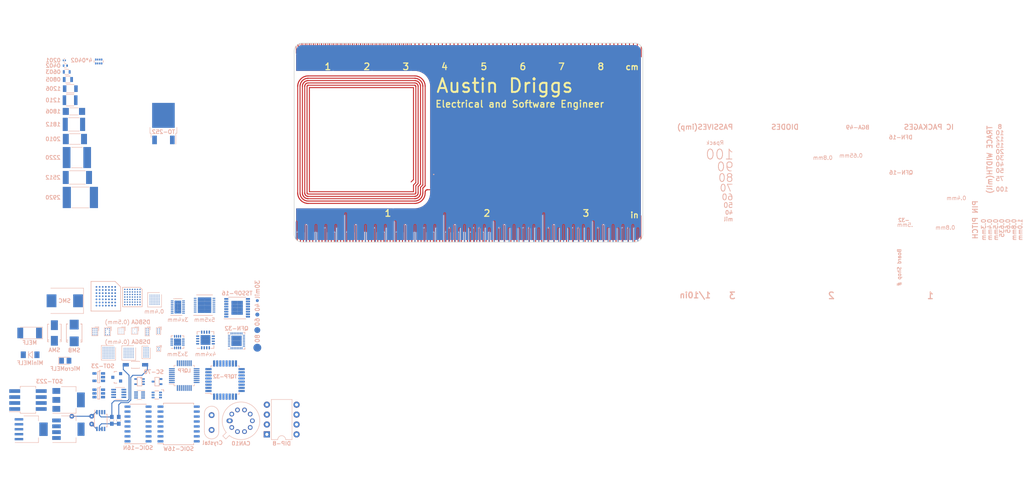
<source format=kicad_pcb>
(kicad_pcb (version 20221018) (generator pcbnew)
  (layers (0 "F.Cu" signal) (31 "B.Cu" signal) (34 "B.Paste" user) (35 "F.Paste" user) (36 "B.SilkS" user "B.Silkscreen") (37 "F.SilkS" user "F.Silkscreen") (38 "B.Mask" user) (39 "F.Mask" user) (44 "Edge.Cuts" user))
  (net 0 "")
  (footprint "Diode_SMD:D_MELF" (layer "B.Cu") (at 28.92656 140.36708 180)
    (fp_text reference "MELF")
    (fp_text value "D_MELF")
  )
  (footprint "Package_BGA:Texas_DSBGA-5_0.822x1.116mm_Layout2x1x2_P0.4mm" (layer "B.Cu") (at 62.01406 144.44368 180)
    (fp_text reference "(0.4mm)")
    (fp_text value "Texas_DSBGA-5_0.822x1.116mm_Layout2x1x2_P0.4mm")
  )
  (footprint "Package_BGA:Texas_DSBGA-49_3.33x3.488mm_Layout7x7_P0.4mm" (layer "B.Cu") (at 60.97506 131.85808 180)
    (fp_text reference "0.4mm")
    (fp_text value "asd")
  )
  (footprint "bga:BGA_49-0.8mm-7x7mm" (layer "B.Cu") (at 48.47306 130.94758 180)
    (fp_text reference "BGA-49" hide)
    (fp_text value "BGA_49")
  )
  (footprint "Resistors_SMD:R_0603" (layer "B.Cu") (at 38.4417 73.41664)
    (fp_text reference "0603")
    (fp_text value "R_0603")
  )
  (footprint "TO_SOT_Packages_SMD:SC-70" (layer "B.Cu") (at 61.60386 152.83308 -90)
    (fp_text reference "SC-70")
    (fp_text value "SC-70")
  )
  (footprint "Package_TO_SOT_SMD:SC-70-8" (layer "B.Cu") (at 57.11756 156.26908 180)
    (fp_text reference "sc-70" hide)
    (fp_text value "SC-70-8")
  )
  (footprint "Package_BGA:Texas_DSBGA-6_0.9x1.4mm_Layout2x3_P0.5mm" (layer "B.Cu") (at 61.98406 139.86768 180)
    (fp_text reference "(0.5mm)")
    (fp_text value "Texas_DSBGA-6_0.9x1.4mm_Layout2x3_P0.5mm")
  )
  (footprint "Capacitor_SMD:C_2220_5650Metric_Pad1.97x5.40mm_HandSolder" (layer "B.Cu") (at 41.0505 95.377)
    (fp_text reference "2220")
    (fp_text value "C_2220_5650Metric_Pad1.97x5.40mm_HandSolder")
  )
  (footprint "Measurement_Points:Measurement_Point_Round-SMD-Pad_Big" (layer "B.Cu") (at 87.32304 144.1466 90)
    (fp_text reference "80")
    (fp_text value "Measurement_Point_Round-SMD-Pad_Big" hide)
  )
  (footprint "Package_BGA:Texas_DSBGA-9_1.4715x1.4715mm_Layout3x3_P0.5mm" (layer "B.Cu") (at 52.38406 139.87528 180)
    (fp_text reference "REF**" hide)
    (fp_text value "Texas_DSBGA-9_1.4715x1.4715mm_Layout3x3_P0.5mm")
  )
  (footprint "TO_SOT_Packages_SMD:SOT-23-5" (layer "B.Cu") (at 46.65596 151.69548 180)
    (fp_text reference "5" hide)
    (fp_text value "SOT-23-5")
  )
  (footprint "Diodes_SMD:SMB_Standard" (layer "B.Cu") (at 40.35656 140.36708 90)
    (fp_text reference "SMB")
    (fp_text value "SMB_Standard")
  )
  (footprint "Capacitor_SMD:C_2512_6332Metric_Pad1.52x3.35mm_HandSolder" (layer "B.Cu") (at 41.1775 100.48684)
    (fp_text reference "2512")
    (fp_text value "C_2512_6332Metric_Pad1.52x3.35mm_HandSolder")
  )
  (footprint "Package_TO_SOT_SMD:TO-252-2" (layer "B.Cu") (at 63.245 86.658 90)
    (fp_text reference "TO-252")
    (fp_text value "TO-252-2")
  )
  (footprint "TO_SOT_Packages_THT:TO-100-10" (layer "B.Cu") (at 80.21392 162.88672)
    (fp_text reference "CAN10")
    (fp_text value "TO-100-10")
  )
  (footprint "Housings_DFN_QFN:DFN-16-1EP_3x4mm_Pitch0.45mm" (layer "B.Cu") (at 66.94236 133.71422)
    (fp_text reference "3x4mm")
    (fp_text value "DFN-16-1EP_3x4mm_Pitch0.45mm" hide)
  )
  (footprint "Resistors_SMD:R_0805" (layer "B.Cu") (at 38.7465 75.36624)
    (fp_text reference "0805")
    (fp_text value "R_0805")
  )
  (footprint "bga:Back Side LED" (layer "B.Cu") (at 56.25696 143.92188)
    (fp_text reference "REF**" hide)
    (fp_text value "Back Side LED" hide)
  )
  (footprint "Resistors_SMD:R_Array_Convex_4x0402" (layer "B.Cu") (at 46.63342 70.7436 90)
    (fp_text reference "4*0402")
    (fp_text value "R_Array_Convex_4x0402" hide)
  )
  (footprint "TO_SOT_Packages_SMD:SC-70-5" (layer "B.Cu") (at 57.11756 152.83308 -90)
    (fp_text reference "5" hide)
    (fp_text value "SC-70-5")
  )
  (footprint "TO_SOT_Packages_SMD:SOT-23-6" (layer "B.Cu") (at 46.65676 155.86508 180)
    (fp_text reference "6" hide)
    (fp_text value "SOT-23-6")
  )
  (footprint "Resistors_SMD:R_1210" (layer "B.Cu") (at 39.3053 80.66864)
    (fp_text reference "1210")
    (fp_text value "R_1210")
  )
  (footprint "Package_QFP:LQFP-32_5x5mm_P0.5mm" (layer "B.Cu") (at 68.57596 151.30188)
    (fp_text reference "LQFP")
    (fp_text value "LQFP-32_5x5mm_P0.5mm")
  )
  (footprint "TO_SOT_Packages_SMD:SOT-223" (layer "B.Cu") (at 38.92306 157.52758)
    (fp_text reference "SOT-223")
    (fp_text value "SOT-223")
  )
  (footprint "Diode_SMD:D_MicroMELF" (layer "B.Cu") (at 38.07056 147.47908)
    (fp_text reference "MicroMELF")
    (fp_text value "D_MicroMELF")
  )
  (footprint "Package_TO_SOT_SMD:SOT-223-8" (layer "B.Cu") (at 28.50106 157.56208)
    (fp_text reference "sot-223" hide)
    (fp_text value "SOT-223-8")
  )
  (footprint "Package_BGA:Texas_DSBGA-10_1.36x1.86mm_Layout3x4_P0.5mm" (layer "B.Cu") (at 48.88806 140.06928 180)
    (fp_text reference "REF**" hide)
    (fp_text value "Texas_DSBGA-10_1.36x1.86mm_Layout3x4_P0.5mm")
  )
  (footprint "TO_SOT_Packages_SMD:SC-70-6" (layer "B.Cu") (at 61.54036 156.26908 -90)
    (fp_text reference "6" hide)
    (fp_text value "SC-70-6")
  )
  (footprint "Package_TO_SOT_SMD:TSOT-23-8" (layer "B.Cu") (at 51.77896 155.86508 180)
    (fp_text reference "sot-23" hide)
    (fp_text value "TSOT-23-8")
  )
  (footprint "Resistor_SMD:R_2010_5025Metric_Pad1.52x2.65mm_HandSolder" (layer "B.Cu") (at 40.5425 90.62752)
    (fp_text reference "2010")
    (fp_text value "R_2010_5025Metric_Pad1.52x2.65mm_HandSolder")
  )
  (footprint "Capacitor_SMD:C_1812_4532Metric_Pad1.30x3.40mm_HandSolder" (layer "B.Cu") (at 40.2885 86.87276)
    (fp_text reference "1812")
    (fp_text value "C_1812_4532Metric_Pad1.30x3.40mm_HandSolder")
  )
  (footprint "Resistors_SMD:R_1206" (layer "B.Cu") (at 39.3561 77.71224)
    (fp_text reference "1206")
    (fp_text value "R_1206")
  )
  (footprint "Housings_SOIC:SOIC-16_3.9x9.9mm_Pitch1.27mm" (layer "B.Cu") (at 56.728 163.703)
    (fp_text reference "SOIC-16N")
    (fp_text value "SOIC-16_3.9x9.9mm_Pitch1.27mm" hide)
  )
  (footprint "Diode_SMD:D_SMC" (layer "B.Cu") (at 37.94356 132.11288 180)
    (fp_text reference "SMC")
    (fp_text value "D_SMC")
  )
  (footprint "Housings_DFN_QFN:DFN-16-1EP_5x5mm_Pitch0.5mm" (layer "B.Cu") (at 73.78766 133.23162)
    (fp_text reference "5x5mm")
    (fp_text value "DFN-16-1EP_5x5mm_Pitch0.5mm")
  )
  (footprint "Package_BGA:Texas_DSBGA-12_1.36x1.86mm_Layout3x4_P0.5mm" (layer "B.Cu") (at 45.66206 140.06928 180)
    (fp_text reference "REF**" hide)
    (fp_text value "Texas_DSBGA-12_1.36x1.86mm_Layout3x4_P0.5mm")
  )
  (footprint "TO_SOT_Packages_SMD:SOT-23" (layer "B.Cu") (at 51.25656 151.73708 -90)
    (fp_text reference "SOT-23")
    (fp_text value "SOT-23")
  )
  (footprint "Package_SO:TSSOP-8_3x3mm_P0.65mm" (layer "B.Cu") (at 47.16376 162.82068 -90)
    (fp_text reference "REF**" hide)
    (fp_text value "TSSOP-8_3x3mm_P0.65mm")
  )
  (footprint "Housings_DIP:DIP-8_W7.62mm" (layer "B.Cu") (at 89.76396 166.37668)
    (fp_text reference "DIP-8")
    (fp_text value "DIP-8_W7.62mm" hide)
  )
  (footprint "Package_BGA:Texas_DSBGA-49_3.33x3.488mm_Layout7x7_P0.4mm" (layer "B.Cu") (at 54.34806 145.49148 180)
    (fp_text reference "REF**" hide)
    (fp_text value "Texas_DSBGA-49_3.33x3.488mm_Layout7x7_P0.4mm")
  )
  (footprint "Measurement_Points:Measurement_Point_Round-SMD-Pad_Small" (layer "B.Cu") (at 87.32296 132.07144 90)
    (fp_text reference "30mil")
    (fp_text value "Measurement_Point_Round-SMD-Pad_Small" hide)
  )
  (footprint "Diodes_SMD:SMA_Standard" (layer "B.Cu") (at 35.27656 140.36708 90)
    (fp_text reference "SMA")
    (fp_text value "SMA_Standard")
  )
  (footprint "Housings_DFN_QFN:QFN-16-1EP_4x4mm_Pitch0.65mm" (layer "B.Cu") (at 74.02896 142.15858)
    (fp_text reference "4x4mm")
    (fp_text value "QFN-16-1EP_4x4mm_Pitch0.65mm" hide)
  )
  (footprint "Package_BGA:Texas_DSBGA-64_3.415x3.535mm_Layout8x8_P0.4mm" (layer "B.Cu") (at 49.14206 145.44708 180)
    (fp_text reference "REF**" hide)
    (fp_text value "Texas_DSBGA-64_3.415x3.535mm_Layout8x8_P0.4mm")
  )
  (footprint "Package_BGA:Texas_DSBGA-8_1.43x1.41mm_Layout3x3_P0.5mm" (layer "B.Cu") (at 55.88006 139.85908 180)
    (fp_text reference "REF**" hide)
    (fp_text value "Texas_DSBGA-8_1.43x1.41mm_Layout3x3_P0.5mm")
  )
  (footprint "TO_SOT_Packages_SMD:SOT-223-6" (layer "B.Cu") (at 29.32656 165.05208)
    (fp_text reference "SOT-223-6" hide)
    (fp_text value "SOT-223-6")
  )
  (footprint "Housings_DFN_QFN:QFN-32-1EP_4x4mm_Pitch0.4mm" (layer "B.Cu") (at 81.98424 142.37448)
    (fp_text reference "QFN-32")
    (fp_text value "QFN-32-1EP_4x4mm_Pitch0.4mm" hide)
  )
  (footprint "Capacitor_SMD:C_0603_1608Metric_Pad1.05x0.95mm_HandSolder" (layer "B.Cu") (at 50.00856 162.76988 -90)
    (fp_text reference "C" hide)
    (fp_text value "C_0603_1608Metric_Pad1.05x0.95mm_HandSolder")
  )
  (footprint "bga:BGA-49_CSBGA-49_0.65mm" (layer "B.Cu") (at 55.28574 131.14728 180)
    (fp_text reference "BGA-49" hide)
    (fp_text value "BGA_49")
  )
  (footprint "Housings_SOIC:SOIC-16W_7.5x10.3mm_Pitch1.27mm" (layer "B.Cu") (at 67.134 163.703)
    (fp_text reference "SOIC-16W")
    (fp_text value "SOIC-16W_7.5x10.3mm_Pitch1.27mm" hide)
  )
  (footprint "Measurement_Points:Measurement_Point_Round-SMD-Pad_Small" (layer "B.Cu") (at 87.32304 139.63048 90)
    (fp_text reference "60")
    (fp_text value "Measurement_Point_Round-SMD-Pad_Small" hide)
  )
  (footprint "Crystal:Crystal_HC52-U_Vertical" (layer "B.Cu") (at 75.60106 161.43638 -90)
    (fp_text reference "Crystal")
    (fp_text value "Crystal_HC52-U_Vertical")
  )
  (footprint "Resistors_SMD:R_0402" (layer "B.Cu") (at 38.0861 71.81264)
    (fp_text reference "0402")
    (fp_text value "R_0402")
  )
  (footprint "TO_SOT_Packages_SMD:SOT-223-5" (layer "B.Cu") (at 38.85956 165.04758)
    (fp_text reference "SOT-223-5" hide)
    (fp_text value "SOT-223-5")
  )
  (footprint "Fuse:Fuse_2920_7451Metric_Pad2.10x5.45mm_HandSolder" (layer "B.Cu") (at 41.9395 105.61352)
    (fp_text reference "2920")
    (fp_text value "Fuse_2920_7451Metric_Pad2.10x5.45mm_HandSolder")
  )
  (footprint "Housings_DFN_QFN:QFN-16-1EP_3x3mm_Pitch0.5mm" (layer "B.Cu") (at 66.856 142.70288)
    (fp_text reference "3x3mm")
    (fp_text value "QFN-16-1EP_3x3mm_Pitch0.5mm" hide)
  )
  (footprint "Diodes_SMD:MiniMELF_Standard" (layer "B.Cu") (at 29.05356 145.95508)
    (fp_text reference "MiniMELF")
    (fp_text value "MiniMELF_Standard")
  )
  (footprint "Housings_QFP:TQFP-32_7x7mm_Pitch0.8mm" (layer "B.Cu") (at 79.0409 152.43744)
    (fp_text reference "TQFP-32")
    (fp_text value "TQFP-32_7x7mm_Pitch0.8mm" hide)
  )
  (footprint "Package_BGA:Texas_DSBGA-8_0.9x1.9mm_Layout2x4_P0.5mm" (layer "B.Cu") (at 59.08606 140.07508 180)
    (fp_text reference "DSBGA")
    (fp_text value "Texas_DSBGA-8_0.9x1.9mm_Layout2x4_P0.5mm")
  )
  (footprint "Package_BGA:Texas_DSBGA-28_1.9x3.0mm_Layout4x7_P0.4mm" (layer "B.Cu") (at 58.79806 145.33268 180)
    (fp_text reference "DSBGA")
    (fp_text value "Texas_DSBGA-28_1.9x3.0mm_Layout4x7_P0.4mm")
  )
  (footprint "Resistor_SMD:R_0603_1608Metric_Pad1.05x0.95mm_HandSolder" (layer "B.Cu") (at 51.78656 162.76988 90)
    (fp_text reference "R" hide)
    (fp_text value "R_0603_1608Metric_Pad1.05x0.95mm_HandSolder")
  )
  (footprint "Measurement_Points:Measurement_Point_Round-SMD-Pad_Small" (layer "B.Cu") (at 87.32298 135.64268 90)
    (fp_text reference "40")
    (fp_text value "Measurement_Point_Round-SMD-Pad_Small" hide)
  )
  (footprint "Resistors_SMD:R_0201" (layer "B.Cu") (at 37.8321 70.45264)
    (fp_text reference "0201")
    (fp_text value "R_0201")
  )
  (footprint "Capacitor_SMD:C_1806_4516Metric_Pad1.57x1.80mm_HandSolder" (layer "B.Cu") (at 40.2885 83.54188)
    (fp_text reference "1806")
    (fp_text value "C_1806_4516Metric_Pad1.57x1.80mm_HandSolder")
  )
  (footprint "Housings_SSOP:TSSOP-16-1EP_4.4x5mm_Pitch0.65mm" (layer "B.Cu") (at 82.13956 133.91108)
    (fp_text reference "TSSOP-16")
    (fp_text value "TSSOP-16-1EP_4.4x5mm_Pitch0.65mm" hide)
  )
  (gr_circle (center 132.554 99.71) (end 132.484 99.78) (stroke (width 0.15)) (fill none) (layer "B.SilkS"))
  (gr_arc (start 96.774 68.072) (mid 97.369159 66.635159) (end 98.806 66.04) (stroke (width 0.15)) (layer "Edge.Cuts"))
  (gr_line (start 96.774 115.079) (end 96.774 68.072) (stroke (width 0.15)) (layer "Edge.Cuts"))
  (gr_line (start 184.15 117.0475) (end 98.7425 117.0475) (stroke (width 0.15)) (layer "Edge.Cuts"))
  (gr_line (start 98.806 66.04) (end 184.15 66.04) (stroke (width 0.15)) (layer "Edge.Cuts"))
  (gr_arc (start 98.7425 117.0475) (mid 97.35056 116.47094) (end 96.774 115.079) (stroke (width 0.15)) (layer "Edge.Cuts"))
  (gr_arc (start 184.15 66.04) (mid 185.586841 66.635159) (end 186.182 68.072) (stroke (width 0.15)) (layer "Edge.Cuts"))
  (gr_arc (start 186.182 115.0155) (mid 185.586841 116.452341) (end 184.15 117.0475) (stroke (width 0.15)) (layer "Edge.Cuts"))
  (gr_line (start 186.182 115.0155) (end 186.182 68.072) (stroke (width 0.15)) (layer "Edge.Cuts"))
  (gr_text "DFN-16" (at 252.32194 90.18564) (layer "B.SilkS") (effects (font (size 1 1) (thickness 0.2)) (justify mirror)))
  (gr_text "Rpack" (at 204.71134 91.57562) (layer "B.SilkS") (effects (font (size 1 1)) (justify mirror)))
  (gr_text "20" (at 277.7465 93.8751) (layer "B.SilkS") (effects (font (size 1.1 1.1) (thickness 0.2)) (justify mirror)))
  (gr_text "30" (at 277.7465 95.4853) (layer "B.SilkS") (effects (font (size 1.1 1.1) (thickness 0.2)) (justify mirror)))
  (gr_text "40" (at 208.27976 109.48626) (layer "B.SilkS") (effects (font (size 1.016 1.016) (thickness 0.2)) (justify mirror)))
  (gr_text "10" (at 277.7465 89.05848) (layer "B.SilkS") (effects (font (size 1.1 1.1) (thickness 0.2)) (justify mirror)))
  (gr_text "8" (at 277.75666 87.48114) (layer "B.SilkS") (effects (font (size 1.1 1.1) (thickness 0.2)) (justify mirror)))
  (gr_text "0.65mm" (at 239.55384 94.87762) (layer "B.SilkS") (effects (font (size 1 1)) (justify mirror)))
  (gr_text "PIN PITCH" (at 271.4365 106.24666 90) (layer "B.SilkS") (effects (font (size 1.3 1.3) (thickness 0.25)) (justify left mirror)))
  (gr_text "50" (at 277.7465 98.75222) (layer "B.SilkS") (effects (font (size 1.1 1.1) (thickness 0.2)) (justify mirror)))
  (gr_text "0.4mm" (at 275.1595 113.8819 90) (layer "B.SilkS") (effects (font (size 1.1 1.1) (thickness 0.2)) (justify mirror)))
  (gr_text "0.8mm" (at 281.3979 113.89206 90) (layer "B.SilkS") (effects (font (size 1.1 1.1) (thickness 0.2)) (justify mirror)))
  (gr_text "-32" (at 253.11294 111.43842) (layer "B.SilkS") (effects (font (size 0.9 0.9) (thickness 0.2)) (justify mirror)))
  (gr_text ".5mm" (at 253.42854 112.63762) (layer "B.SilkS") (effects (font (size 1 1)) (justify mirror)))
  (gr_text "100" (at 205.89216 94.59226) (layer "B.SilkS") (effects (font (size 2.54 2.54) (thickness 0.2)) (justify mirror)))
  (gr_text "1/10in" (at 199.60134 130.68462) (layer "B.SilkS") (effects (font (size 1.5 1.5) (thickness 0.3)) (justify mirror)))
  (gr_text "BGA-49" (at 241.28734 87.63862) (layer "B.SilkS") (effects (font (size 1 1) (thickness 0.2)) (justify mirror)))
  (gr_text "0.8mm" (at 263.74108 113.34342) (layer "B.SilkS") (effects (font (size 1 1)) (justify mirror)))
  (gr_text "3" (at 209.11854 130.79566) (layer "B.SilkS") (effects (font (size 1.7 1.7) (thickness 0.3)) (justify mirror)))
  (gr_text "70" (at 207.61936 103.18226) (layer "B.SilkS") (effects (font (size 1.778 1.778) (thickness 0.2)) (justify mirror)))
  (gr_text "0.3mm" (at 273.5995 113.8819 90) (layer "B.SilkS") (effects (font (size 1.1 1.1) (thickness 0.2)) (justify mirror)))
  (gr_text "mil" (at 208.13526 111.19826) (layer "B.SilkS") (effects (font (size 1 1) (thickness 0.2)) (justify mirror)))
  (gr_text "50" (at 208.07656 107.60666) (layer "B.SilkS") (effects (font (size 1.27 1.27) (thickness 0.2)) (justify mirror)))
  (gr_text "0.65" (at 279.83802 112.94718 90) (layer "B.SilkS") (effects (font (size 1.1 1.1) (thickness 0.2)) (justify mirror)))
  (gr_text "80" (at 207.46696 100.58826) (layer "B.SilkS") (effects (font (size 2.032 2.032) (thickness 0.2)) (justify mirror)))
  (gr_text "0.5mm" (at 276.71898 113.88698 90) (layer "B.SilkS") (effects (font (size 1.1 1.1) (thickness 0.2)) (justify mirror)))
  (gr_text "1.0mm" (at 282.95778 113.89206 90) (layer "B.SilkS") (effects (font (size 1.1 1.1) (thickness 0.2)) (justify mirror)))
  (gr_text "TRACE WIDTH(mil)" (at 275.14426 87.04934 90) (layer "B.SilkS") (effects (font (size 1.3 1.3) (thickness 0.25)) (justify left mirror)))
  (gr_text "PASSIVES(imp)" (at 202.15164 87.55462) (layer "B.SilkS") (effects (font (size 1.3 1.3) (thickness 0.25)) (justify mirror)))
  (gr_text "QFN-16\n\n" (at 252.42034 100.027) (layer "B.SilkS") (effects (font (size 1 1) (thickness 0.2)) (justify mirror)))
  (gr_text "0.4mm" (at 266.58602 105.7801) (layer "B.SilkS") (effects (font (size 1 1)) (justify mirror)))
  (gr_text "60" (at 207.87336 105.52146) (layer "B.SilkS") (effects (font (size 1.524 1.524) (thickness 0.2)) (justify mirror)))
  (gr_text "90" (at 207.31456 97.74186) (layer "B.SilkS") (effects (font (size 2.286 2.286) (thickness 0.2)) (justify mirror)))
  (gr_text "75" (at 277.7465 100.82074) (layer "B.SilkS") (effects (font (size 1.1 1.1) (thickness 0.2)) (justify mirror)))
  (gr_text "DIODES\n" (at 222.64794 87.55218) (layer "B.SilkS") (effects (font (size 1.3 1.3) (thickness 0.25)) (justify mirror)))
  (gr_text "IC PACKAGES\n" (at 259.53934 87.56292) (layer "B.SilkS") (effects (font (size 1.3 1.3) (thickness 0.25)) (justify mirror)))
  (gr_text "100" (at 276.59842 103.51646) (layer "B.SilkS") (effects (font (size 1.1 1.1) (thickness 0.2)) (justify right mirror)))
  (gr_text "40" (at 277.7465 97.14122) (layer "B.SilkS") (effects (font (size 1.1 1.1) (thickness 0.2)) (justify mirror)))
  (gr_text "0.8mm" (at 232.32312 95.43882) (layer "B.SilkS") (effects (font (size 1 1)) (justify mirror)))
  (gr_text "2" (at 234.52362 130.79566) (layer "B.SilkS") (effects (font (size 1.7 1.7) (thickness 0.3)) (justify mirror)))
  (gr_text "0.635" (at 278.27854 113.47042 90) (layer "B.SilkS") (effects (font (size 1.1 1.1) (thickness 0.2)) (justify mirror)))
  (gr_text "15" (at 277.7465 92.27236) (layer "B.SilkS") (effects (font (size 1.1 1.1) (thickness 0.2)) (justify mirror)))
  (gr_text "1" (at 259.91854 130.79058) (layer "B.SilkS") (effects (font (size 1.7 1.7) (thickness 0.3)) (justify mirror)))
  (gr_text "12" (at 277.7465 90.66534) (layer "B.SilkS") (effects (font (size 1.1 1.1) (thickness 0.2)) (justify mirror)))
  (gr_text "Board Shop #" (at 251.95534 123.51612 90) (layer "B.SilkS") (effects (font (size 0.9 0.9) (thickness 0.19)) (justify mirror)))
  (gr_text "8" (at 175.4148 72.0644) (layer "F.SilkS") (effects (font (size 1.7 1.7) (thickness 0.3))))
  (gr_text "4" (at 135.336 72.0644) (layer "F.SilkS") (effects (font (size 1.7 1.7) (thickness 0.3))))
  (gr_text "3" (at 125.4076 72.0644) (layer "F.SilkS") (effects (font (size 1.7 1.7) (thickness 0.3))))
  (gr_text "2" (at 146.2116 109.6648) (layer "F.SilkS") (effects (font (size 1.7 1.7) (thickness 0.3))))
  (gr_text "Electrical and Software Engineer" (at 132.83744 81.66244) (layer "F.SilkS") (effects (font (size 1.73 1.73) (thickness 0.3)) (justify left)))
  (gr_text "Austin Driggs" (at 132.96444 76.95344) (layer "F.SilkS") (effects (font (size 3.5 3.5) (thickness 0.5)) (justify left)))
  (gr_text "1" (at 105.4132 72.0644) (layer "F.SilkS") (effects (font (size 1.7 1.7) (thickness 0.3))))
  (gr_text "5" (at 145.4128 72.0644) (layer "F.SilkS") (effects (font (size 1.7 1.7) (thickness 0.3))))
  (gr_text "7\n" (at 165.3264 72.0644) (layer "F.SilkS") (effects (font (size 1.7 1.7) (thickness 0.3))))
  (gr_text "cm" (at 183.4424 72.1544) (layer "F.SilkS") (effects (font (size 1.5 1.5) (thickness 0.3))))
  (gr_text "2" (at 115.41 72.0644) (layer "F.SilkS") (effects (font (size 1.7 1.7) (thickness 0.3))))
  (gr_text "in\n" (at 184.05 110.1548) (layer "F.SilkS") (effects (font (size 1.5 1.5) (thickness 0.3))))
  (gr_text "6" (at 155.4154 72.0644) (layer "F.SilkS") (effects (font (size 1.7 1.7) (thickness 0.3))))
  (gr_text "3" (at 171.6024 109.6648) (layer "F.SilkS") (effects (font (size 1.7 1.7) (thickness 0.3))))
  (gr_text "1" (at 120.8124 109.6648) (layer "F.SilkS") (effects (font (size 1.7 1.7) (thickness 0.3))))
  (segment (start 128.3716 75.15886) (end 128.50368 75.20966) (width 0.25) (layer "F.Cu") (net 0))
  (segment (start 129.89052 105.97286) (end 129.97942 105.8357) (width 0.25) (layer "F.Cu") (net 0))
  (segment (start 127.366 102.4227) (end 127.36802 102.42068) (width 0.25) (layer "F.Cu") (net 0))
  (segment (start 178.774 69.559) (end 178.774 66.13) (width 0.25) (layer "F.Cu") (net 0))
  (segment (start 127.86106 104.6673) (end 127.89662 104.63174) (width 0.25) (layer "F.Cu") (net 0))
  (segment (start 127.85598 105.31754) (end 127.762 105.33278) (width 0.25) (layer "F.Cu") (net 0))
  (segment (start 99.59736 76.68794) (end 99.6507 76.6092) (width 0.25) (layer "F.Cu") (net 0))
  (segment (start 127.96746 101.82124) (end 127.96746 77.1378) (width 0.25) (layer "F.Cu") (net 0))
  (segment (start 100.2349 75.04202) (end 100.37714 75.03694) (width 0.25) (layer "F.Cu") (net 0))
  (segment (start 127.762 76.24344) (end 127.85598 76.25868) (width 0.25) (layer "F.Cu") (net 0))
  (segment (start 180.774 69.559) (end 180.774 66.13) (width 0.25) (layer "F.Cu") (net 0))
  (segment (start 110.26775 114.679) (end 110.26775 116.965) (width 0.25) (layer "F.Cu") (net 0))
  (segment (start 119.79275 114.679) (end 119.79275 116.965) (width 0.25) (layer "F.Cu") (net 0))
  (segment (start 98.51278 105.4039) (end 98.44928 105.27436) (width 0.25) (layer "F.Cu") (net 0))
  (segment (start 111.274 68.67) (end 111.274 66.13) (width 0.15) (layer "F.Cu") (net 0))
  (segment (start 144.399 112.774) (end 144.399 116.965) (width 0.25) (layer "F.Cu") (net 0))
  (segment (start 130.19278 105.39628) (end 130.24612 105.24134) (width 0.25) (layer "F.Cu") (net 0))
  (segment (start 100.01138 76.3171) (end 100.10028 76.28154) (width 0.25) (layer "F.Cu") (net 0))
  (segment (start 139.774 69.559) (end 139.774 66.13) (width 0.25) (layer "F.Cu") (net 0))
  (segment (start 127.83058 107.13364) (end 127.99314 107.1184) (width 0.25) (layer "F.Cu") (net 0))
  (segment (start 128.50368 75.20966) (end 128.63322 75.27316) (width 0.25) (layer "F.Cu") (net 0))
  (segment (start 165.774 69.559) (end 165.774 66.13) (width 0.25) (layer "F.Cu") (net 0))
  (segment (start 129.45872 75.11568) (end 129.33426 75.01154) (width 0.25) (layer "F.Cu") (net 0))
  (segment (start 99.73198 107.05998) (end 99.88946 107.09554) (width 0.25) (layer "F.Cu") (net 0))
  (segment (start 97.274 68.67) (end 97.274 66.84) (width 0.15) (layer "F.Cu") (net 0))
  (segment (start 100.09012 106.51896) (end 99.95042 106.4961) (width 0.25) (layer "F.Cu") (net 0))
  (segment (start 129.76352 102.4156) (end 129.7686 102.42068) (width 0.25) (layer "F.Cu") (net 0))
  (segment (start 122.96775 114.679) (end 122.96775 116.965) (width 0.25) (layer "F.Cu") (net 0))
  (segment (start 98.06574 105.8357) (end 98.15464 105.97286) (width 0.25) (layer "F.Cu") (net 0))
  (segment (start 99.67356 106.41736) (end 99.54148 106.36656) (width 0.25) (layer "F.Cu") (net 0))
  (segment (start 130.24612 76.33488) (end 130.19278 76.17994) (width 0.25) (layer "F.Cu") (net 0))
  (segment (start 128.56718 104.4387) (end 128.5621 104.53268) (width 0.25) (layer "F.Cu") (net 0))
  (segment (start 129.05486 76.56348) (end 129.0066 76.4568) (width 0.25) (layer "F.Cu") (net 0))
  (segment (start 177.7365 116.955) (end 177.7365 113.5895) (width 0.25) (layer "F.Cu") (net 0))
  (segment (start 123.774 69.559) (end 123.774 66.13) (width 0.25) (layer "F.Cu") (net 0))
  (segment (start 106.774 72.861) (end 106.774 66.13) (width 0.25) (layer "F.Cu") (net 0))
  (segment (start 113.274 68.67) (end 113.274 66.13) (width 0.15) (layer "F.Cu") (net 0))
  (segment (start 99.16302 76.25614) (end 99.09698 76.35266) (width 0.25) (layer "F.Cu") (net 0))
  (segment (start 97.91588 76.03008) (end 97.85238 76.17994) (width 0.25) (layer "F.Cu") (net 0))
  (segment (start 99.16302 105.32008) (end 99.23668 105.41406) (width 0.25) (layer "F.Cu") (net 0))
  (segment (start 130.96748 103.6221) (end 131.86664 103.6221) (width 0.25) (layer "F.Cu") (net 0))
  (segment (start 130.19278 76.17994) (end 130.12928 76.03008) (width 0.25) (layer "F.Cu") (net 0))
  (segment (start 128.92278 74.74738) (end 128.77546 74.67626) (width 0.25) (layer "F.Cu") (net 0))
  (segment (start 100.14854 104.63174) (end 100.1841 104.6673) (width 0.25) (layer "F.Cu") (net 0))
  (segment (start 113.774 69.559) (end 113.774 66.13) (width 0.25) (layer "F.Cu") (net 0))
  (segment (start 100.22728 76.87844) (end 100.1841 76.90892) (width 0.25) (layer "F.Cu") (net 0))
  (segment (start 128.6256 106.96346) (end 128.77546 106.89996) (width 0.25) (layer "F.Cu") (net 0))
  (segment (start 100.37714 105.9373) (end 127.66802 105.9373) (width 0.25) (layer "F.Cu") (net 0))
  (segment (start 99.84882 76.41108) (end 99.92756 76.35774) (width 0.25) (layer "F.Cu") (net 0))
  (segment (start 100.0952 77.03592) (end 100.0825 77.08672) (width 0.25) (layer "F.Cu") (net 0))
  (segment (start 130.62712 103.72878) (end 130.68808 103.69068) (width 0.25) (layer "F.Cu") (net 0))
  (segment (start 157.099 112.764) (end 157.099 116.955) (width 0.25) (layer "F.Cu") (net 0))
  (segment (start 99.69642 105.77728) (end 99.8031 105.82554) (width 0.25) (layer "F.Cu") (net 0))
  (segment (start 103.124 111.504) (end 103.124 116.965) (width 0.25) (layer "F.Cu") (net 0))
  (segment (start 172.774 69.559) (end 172.774 66.13) (width 0.25) (layer "F.Cu") (net 0))
  (segment (start 99.15525 114.679) (end 99.15525 116.965) (width 0.25) (layer "F.Cu") (net 0))
  (segment (start 148.774 69.559) (end 148.774 66.13) (width 0.25) (layer "F.Cu") (net 0))
  (segment (start 149.1615 116.955) (end 149.1615 113.5895) (width 0.25) (layer "F.Cu") (net 0))
  (segment (start 130.40614 104.00818) (end 130.43662 103.94214) (width 0.25) (layer "F.Cu") (net 0))
  (segment (start 129.794 106.10494) (end 129.89052 105.97286) (width 0.25) (layer "F.Cu") (net 0))
  (segment (start 100.37714 74.4375) (end 100.21458 74.44258) (width 0.25) (layer "F.Cu") (net 0))
  (segment (start 141.774 70.575) (end 141.774 66.13) (width 0.25) (layer "F.Cu") (net 0))
  (segment (start 101.5365 113.5995) (end 101.5365 116.965) (width 0.25) (layer "F.Cu") (net 0))
  (segment (start 176.774 72.861) (end 176.774 66.13) (width 0.25) (layer "F.Cu") (net 0))
  (segment (start 129.20218 106.6612) (end 129.33426 106.56468) (width 0.25) (layer "F.Cu") (net 0))
  (segment (start 128.5621 104.53268) (end 128.54686 104.62666) (width 0.25) (layer "F.Cu") (net 0))
  (segment (start 99.41956 106.96346) (end 99.5745 107.0168) (width 0.25) (layer "F.Cu") (net 0))
  (segment (start 129.15138 104.67238) (end 129.16408 104.55554) (width 0.25) (layer "F.Cu") (net 0))
  (segment (start 127.66802 106.53674) (end 100.37714 106.53674) (width 0.25) (layer "F.Cu") (net 0))
  (segment (start 174.5615 116.955) (end 174.5615 113.5895) (width 0.25) (layer "F.Cu") (net 0))
  (segment (start 98.88108 104.55554) (end 98.89378 104.67238) (width 0.25) (layer "F.Cu") (net 0))
  (segment (start 128.45288 75.85736) (end 128.34874 75.79894) (width 0.25) (layer "F.Cu") (net 0))
  (segment (start 99.28494 106.23448) (end 99.16556 106.15574) (width 0.25) (layer "F.Cu") (net 0))
  (segment (start 99.91232 75.71004) (end 99.8031 75.75068) (width 0.25) (layer "F.Cu") (net 0))
  (segment (start 130.34772 76.8124) (end 130.32486 76.64984) (width 0.25) (layer "F.Cu") (net 0))
  (segment (start 127.86106 76.90892) (end 127.81788 76.87844) (width 0.25) (layer "F.Cu") (net 0))
  (segment (start 99.4983 76.94956) (end 99.52116 76.86066) (width 0.25) (layer "F.Cu") (net 0))
  (segment (start 106.274 68.67) (end 106.274 66.13) (width 0.15) (layer "F.Cu") (net 0))
  (segment (start 184.774 69.559) (end 184.774 66.23) (width 0.25) (layer "F.Cu") (net 0))
  (segment (start 138.049 112.774) (end 138.049 116.965) (width 0.25) (layer "F.Cu") (net 0))
  (segment (start 98.88108 77.02068) (end 98.876 77.13752) (width 0.25) (layer "F.Cu") (net 0))
  (segment (start 99.774 69.559) (end 99.774 66.13) (width 0.25) (layer "F.Cu") (net 0))
  (segment (start 124.55525 114.679) (end 124.55525 116.965) (width 0.25) (layer "F.Cu") (net 0))
  (segment (start 149.774 69.559) (end 149.774 66.13) (width 0.25) (layer "F.Cu") (net 0))
  (segment (start 127.89662 104.63174) (end 127.9271 104.58856) (width 0.25) (layer "F.Cu") (net 0))
  (segment (start 114.774 69.559) (end 114.774 66.13) (width 0.25) (layer "F.Cu") (net 0))
  (segment (start 128.94818 105.22356) (end 129.0066 105.11942) (width 0.25) (layer "F.Cu") (net 0))
  (segment (start 142.8115 113.5995) (end 142.8115 116.965) (width 0.25) (layer "F.Cu") (net 0))
  (segment (start 98.25116 106.10494) (end 98.3553 106.2294) (width 0.25) (layer "F.Cu") (net 0))
  (segment (start 128.23444 106.46054) (end 128.09474 106.4961) (width 0.25) (layer "F.Cu") (net 0))
  (segment (start 125.774 69.559) (end 125.774 66.13) (width 0.25) (layer "F.Cu") (net 0))
  (segment (start 100.0825 104.4895) (end 100.0952 104.5403) (width 0.25) (layer "F.Cu") (net 0))
  (segment (start 99.12238 106.82884) (end 99.2697 106.89996) (width 0.25) (layer "F.Cu") (net 0))
  (segment (start 97.69744 76.8124) (end 97.6822 76.97496) (width 0.25) (layer "F.Cu") (net 0))
  (segment (start 97.67712 104.4387) (end 97.6822 104.60126) (width 0.25) (layer "F.Cu") (net 0))
  (segment (start 127.95504 75.05726) (end 128.09474 75.08012) (width 0.25) (layer "F.Cu") (net 0))
  (segment (start 185.774 69.559) (end 185.774 67.02) (width 0.25) (layer "F.Cu") (net 0))
  (segment (start 150.774 69.559) (end 150.774 66.13) (width 0.25) (layer "F.Cu") (net 0))
  (segment (start 129.7686 104.24) (end 129.7686 104.4387) (width 0.25) (layer "F.Cu") (net 0))
  (segment (start 130.36804 102.62388) (end 129.7686 103.22332) (width 0.25) (layer "F.Cu") (net 0))
  (segment (start 166.774 72.861) (end 166.774 66.13) (width 0.25) (layer "F.Cu") (net 0))
  (segment (start 142.774 69.559) (end 142.774 66.13) (width 0.25) (layer "F.Cu") (net 0))
  (segment (start 130.36804 77.13752) (end 130.36296 76.97496) (width 0.25) (layer "F.Cu") (net 0))
  (segment (start 117.4115 113.5995) (end 117.4115 116.965) (width 0.25) (layer "F.Cu") (net 0))
  (segment (start 128.27 105.10672) (end 128.19634 105.16514) (width 0.25) (layer "F.Cu") (net 0))
  (segment (start 127.99314 74.45782) (end 127.83058 74.44258) (width 0.25) (layer "F.Cu") (net 0))
  (segment (start 129.20218 75.70496) (end 129.2987 75.81164) (width 0.25) (layer "F.Cu") (net 0))
  (segment (start 127.81788 104.69778) (end 127.86106 104.6673) (width 0.25) (layer "F.Cu") (net 0))
  (segment (start 98.74646 105.76458) (end 98.6601 105.65028) (width 0.25) (layer "F.Cu") (net 0))
  (segment (start 128.63322 106.30306) (end 128.50368 106.36656) (width 0.25) (layer "F.Cu") (net 0))
  (segment (start 146.78025 114.679) (end 146.78025 116.965) (width 0.25) (layer "F.Cu") (net 0))
  (segment (start 146.774 72.861) (end 146.774 66.13) (width 0.25) (layer "F.Cu") (net 0))
  (segment (start 128.8796 75.42048) (end 128.9939 75.50684) (width 0.25) (layer "F.Cu") (net 0))
  (segment (start 105.774 69.559) (end 105.774 66.13) (width 0.25) (layer "F.Cu") (net 0))
  (segment (start 98.94458 75.60336) (end 99.05126 75.50684) (width 0.25) (layer "F.Cu") (net 0))
  (segment (start 127.367 77.43752) (end 100.67686 77.43752) (width 0.25) (layer "F.Cu") (net 0))
  (segment (start 99.48306 104.53268) (end 99.47798 104.4387) (width 0.25) (layer "F.Cu") (net 0))
  (segment (start 98.6601 75.92594) (end 98.74646 75.81164) (width 0.25) (layer "F.Cu") (net 0))
  (segment (start 100.2603 75.64146) (end 100.14346 75.65416) (width 0.25) (layer "F.Cu") (net 0))
  (segment (start 152.774 69.559) (end 152.774 66.13) (width 0.25) (layer "F.Cu") (net 0))
  (segment (start 151.774 70.575) (end 151.774 66.13) (width 0.25) (layer "F.Cu") (net 0))
  (segment (start 130.75412 103.6602) (end 130.82524 103.63988) (width 0.25) (layer "F.Cu") (net 0))
  (segment (start 98.3553 76.5711) (end 98.39848 76.43394) (width 0.25) (layer "F.Cu") (net 0))
  (segment (start 98.44928 105.27436) (end 98.39848 105.14228) (width 0.25) (layer "F.Cu") (net 0))
  (segment (start 97.56775 114.679) (end 97.56775 116.57) (width 0.25) (layer "F.Cu") (net 0))
  (segment (start 97.75586 105.08386) (end 97.79904 105.24134) (width 0.25) (layer "F.Cu") (net 0))
  (segment (start 129.74828 76.8505) (end 129.76352 76.99528) (width 0.25) (layer "F.Cu") (net 0))
  (segment (start 153.774 69.559) (end 153.774 66.13) (width 0.25) (layer "F.Cu") (net 0))
  (segment (start 100.14346 75.65416) (end 100.02662 75.67702) (width 0.25) (layer "F.Cu") (net 0))
  (segment (start 99.54148 106.36656) (end 99.41194 106.30306) (width 0.25) (layer "F.Cu") (net 0))
  (segment (start 105.50525 114.679) (end 105.50525 116.965) (width 0.25) (layer "F.Cu") (net 0))
  (segment (start 130.37312 104.15042) (end 130.38582 104.0793) (width 0.25) (layer "F.Cu") (net 0))
  (segment (start 116.61775 114.679) (end 116.61775 116.965) (width 0.25) (layer "F.Cu") (net 0))
  (segment (start 108.68025 114.679) (end 108.68025 116.965) (width 0.25) (layer "F.Cu") (net 0))
  (segment (start 100.37714 75.03694) (end 127.66802 75.03694) (width 0.25) (layer "F.Cu") (net 0))
  (segment (start 97.79904 105.24134) (end 97.85238 105.39628) (width 0.25) (layer "F.Cu") (net 0))
  (segment (start 154.774 69.559) (end 154.774 66.13) (width 0.25) (layer "F.Cu") (net 0))
  (segment (start 127.73025 114.679) (end 127.73025 116.965) (width 0.25) (layer "F.Cu") (net 0))
  (segment (start 98.27656 77.13752) (end 98.28164 76.99528) (width 0.25) (layer "F.Cu") (net 0))
  (segment (start 129.0955 104.90352) (end 129.12852 104.78922) (width 0.25) (layer "F.Cu") (net 0))
  (segment (start 128.5621 77.04354) (end 128.56718 77.13752) (width 0.25) (layer "F.Cu") (net 0))
  (segment (start 128.76022 106.23448) (end 128.63322 106.30306) (width 0.25) (layer "F.Cu") (net 0))
  (segment (start 107.774 69.559) (end 107.774 66.13) (width 0.25) (layer "F.Cu") (net 0))
  (segment (start 98.87854 77.13752) (end 98.87854 104.4387) (width 0.25) (layer "F.Cu") (net 0))
  (segment (start 99.55672 104.80446) (end 99.52116 104.71556) (width 0.25) (layer "F.Cu") (net 0))
  (segment (start 129.4638 105.5309) (end 129.38506 105.65028) (width 0.25) (layer "F.Cu") (net 0))
  (segment (start 99.41956 74.61276) (end 99.2697 74.67626) (width 0.25) (layer "F.Cu") (net 0))
  (segment (start 98.98014 106.7501) (end 99.12238 106.82884) (width 0.25) (layer "F.Cu") (net 0))
  (segment (start 129.68986 106.2294) (end 129.794 106.10494) (width 0.25) (layer "F.Cu") (net 0))
  (segment (start 128.23444 75.11568) (end 128.3716 75.15886) (width 0.25) (layer "F.Cu") (net 0))
  (segment (start 130.32486 104.92638) (end 130.34772 104.76382) (width 0.25) (layer "F.Cu") (net 0))
  (segment (start 100.67714 77.43752) (end 100.67714 104.1387) (width 0.25) (layer "F.Cu") (net 0))
  (segment (start 99.05126 75.50684) (end 99.16556 75.42048) (width 0.25) (layer "F.Cu") (net 0))
  (segment (start 128.9939 106.06938) (end 128.8796 106.15574) (width 0.25) (layer "F.Cu") (net 0))
  (segment (start 125.274 68.67) (end 125.274 66.13) (width 0.15) (layer "F.Cu") (net 0))
  (segment (start 128.88214 76.25614) (end 128.80848 76.16216) (width 0.25) (layer "F.Cu") (net 0))
  (segment (start 130.82524 103.63988) (end 130.89636 103.62718) (width 0.25) (layer "F.Cu") (net 0))
  (segment (start 100.1841 104.6673) (end 100.22728 104.69778) (width 0.25) (layer "F.Cu") (net 0))
  (segment (start 127.96774 77.13752) (end 127.96266 77.08672) (width 0.25) (layer "F.Cu") (net 0))
  (segment (start 145.9865 113.5995) (end 145.9865 116.965) (width 0.25) (layer "F.Cu") (net 0))
  (segment (start 117.774 69.559) (end 117.774 66.13) (width 0.25) (layer "F.Cu") (net 0))
  (segment (start 118.20525 114.679) (end 118.20525 116.965) (width 0.25) (layer "F.Cu") (net 0))
  (segment (start 129.76352 104.58094) (end 129.74828 104.72572) (width 0.25) (layer "F.Cu") (net 0))
  (segment (start 128.1176 76.35774) (end 128.19634 76.41108) (width 0.25) (layer "F.Cu") (net 0))
  (segment (start 135.774 69.559) (end 135.774 66.13) (width 0.25) (layer "F.Cu") (net 0))
  (segment (start 99.47798 77.13752) (end 99.48306 77.04354) (width 0.25) (layer "F.Cu") (net 0))
  (segment (start 160.774 69.559) (end 160.774 66.13) (width 0.25) (layer "F.Cu") (net 0))
  (segment (start 173.774 69.559) (end 173.774 66.13) (width 0.25) (layer "F.Cu") (net 0))
  (segment (start 99.81072 75.11568) (end 99.95042 75.08012) (width 0.25) (layer "F.Cu") (net 0))
  (segment (start 98.29688 104.72572) (end 98.28164 104.58094) (width 0.25) (layer "F.Cu") (net 0))
  (segment (start 98.6601 105.65028) (end 98.58136 105.5309) (width 0.25) (layer "F.Cu") (net 0))
  (segment (start 182.499 112.764) (end 182.499 116.955) (width 0.25) (layer "F.Cu") (net 0))
  (segment (start 128.09474 106.4961) (end 127.95504 106.51896) (width 0.25) (layer "F.Cu") (net 0))
  (segment (start 127.66802 74.4375) (end 100.37714 74.4375) (width 0.25) (layer "F.Cu") (net 0))
  (segment (start 104.774 69.559) (end 104.774 66.13) (width 0.25) (layer "F.Cu") (net 0))
  (segment (start 128.09474 75.08012) (end 128.23444 75.11568) (width 0.25) (layer "F.Cu") (net 0))
  (segment (start 128.47066 74.55942) (end 128.31318 74.51624) (width 0.25) (layer "F.Cu") (net 0))
  (segment (start 99.88946 74.48068) (end 99.73198 74.51624) (width 0.25) (layer "F.Cu") (net 0))
  (segment (start 112.649 112.774) (end 112.649 116.965) (width 0.25) (layer "F.Cu") (net 0))
  (segment (start 127.66802 107.13872) (end 127.83058 107.13364) (width 0.25) (layer "F.Cu") (net 0))
  (segment (start 97.987 75.88276) (end 97.91588 76.03008) (width 0.25) (layer "F.Cu") (net 0))
  (segment (start 100.28316 105.33278) (end 100.18918 105.31754) (width 0.25) (layer "F.Cu") (net 0))
  (segment (start 128.47066 107.0168) (end 128.6256 106.96346) (width 0.25) (layer "F.Cu") (net 0))
  (segment (start 120.274 68.67) (end 120.274 66.13) (width 0.15) (layer "F.Cu") (net 0))
  (segment (start 98.28164 76.99528) (end 98.29688 76.8505) (width 0.25) (layer "F.Cu") (net 0))
  (segment (start 134.874 110.2975) (end 134.874 116.965) (width 0.25) (layer "F.Cu") (net 0))
  (segment (start 98.7109 106.56468) (end 98.84298 106.6612) (width 0.25) (layer "F.Cu") (net 0))
  (segment (start 100.14854 76.94448) (end 100.11806 76.98766) (width 0.25) (layer "F.Cu") (net 0))
  (segment (start 99.12238 74.74738) (end 98.98014 74.82612) (width 0.25) (layer "F.Cu") (net 0))
  (segment (start 127.78486 75.64146) (end 127.66802 75.63638) (width 0.25) (layer "F.Cu") (net 0))
  (segment (start 105.274 68.67) (end 105.274 66.13) (width 0.15) (layer "F.Cu") (net 0))
  (segment (start 97.91588 105.54614) (end 97.987 105.69346) (width 0.25) (layer "F.Cu") (net 0))
  (segment (start 145.774 69.559) (end 145.774 66.13) (width 0.25) (layer "F.Cu") (net 0))
  (segment (start 115.824 111.504) (end 115.824 116.965) (width 0.25) (layer "F.Cu") (net 0))
  (segment (start 99.5745 74.55942) (end 99.41956 74.61276) (width 0.25) (layer "F.Cu") (net 0))
  (segment (start 107.09275 114.679) (end 107.09275 116.965) (width 0.25) (layer "F.Cu") (net 0))
  (segment (start 120.5865 113.5995) (end 120.5865 116.965) (width 0.25) (layer "F.Cu") (net 0))
  (segment (start 100.774 69.559) (end 100.774 66.13) (width 0.25) (layer "F.Cu") (net 0))
  (segment (start 103.774 69.559) (end 103.774 66.13) (width 0.25) (layer "F.Cu") (net 0))
  (segment (start 98.51278 76.17232) (end 98.58136 76.04532) (width 0.25) (layer "F.Cu") (net 0))
  (segment (start 97.79904 76.33488) (end 97.75586 76.49236) (width 0.25) (layer "F.Cu") (net 0))
  (segment (start 127.83058 74.44258) (end 127.66802 74.4375) (width 0.25) (layer "F.Cu") (net 0))
  (segment (start 112.274 68.67) (end 112.274 66.13) (width 0.15) (layer "F.Cu") (net 0))
  (segment (start 107.8865 113.5995) (end 107.8865 116.965) (width 0.25) (layer "F.Cu") (net 0))
  (segment (start 98.29688 76.8505) (end 98.31974 76.7108) (width 0.25) (layer "F.Cu") (net 0))
  (segment (start 130.36804 102.62388) (end 129.7686 103.22332) (width 0.25) (layer "F.Cu") (net 0))
  (segment (start 167.774 69.559) (end 167.774 66.13) (width 0.25) (layer "F.Cu") (net 0))
  (segment (start 98.39848 76.43394) (end 98.44928 76.30186) (width 0.25) (layer "F.Cu") (net 0))
  (segment (start 100.14346 105.92206) (end 100.2603 105.93476) (width 0.25) (layer "F.Cu") (net 0))
  (segment (start 128.64338 75.99706) (end 128.5494 75.9234) (width 0.25) (layer "F.Cu") (net 0))
  (segment (start 127.99314 107.1184) (end 128.1557 107.09554) (width 0.25) (layer "F.Cu") (net 0))
  (segment (start 100.07742 77.13752) (end 100.07742 104.4387) (width 0.25) (layer "F.Cu") (net 0))
  (segment (start 98.84298 75.70496) (end 98.94458 75.60336) (width 0.25) (layer "F.Cu") (net 0))
  (segment (start 100.05202 107.1184) (end 100.21458 107.13364) (width 0.25) (layer "F.Cu") (net 0))
  (segment (start 129.68986 105.00512) (end 129.64668 105.14228) (width 0.25) (layer "F.Cu") (net 0))
  (segment (start 127.78486 105.93476) (end 127.9017 105.92206) (width 0.25) (layer "F.Cu") (net 0))
  (segment (start 109.474 110.2975) (end 109.474 116.965) (width 0.25) (layer "F.Cu") (net 0))
  (segment (start 102.33025 114.679) (end 102.33025 116.965) (width 0.25) (layer "F.Cu") (net 0))
  (segment (start 98.89378 104.67238) (end 98.91664 104.78922) (width 0.25) (layer "F.Cu") (net 0))
  (segment (start 166.624 111.494) (end 166.624 116.955) (width 0.25) (layer "F.Cu") (net 0))
  (segment (start 184.0865 116.955) (end 184.0865 113.5895) (width 0.25) (layer "F.Cu") (net 0))
  (segment (start 115.274 68.67) (end 115.274 66.13) (width 0.15) (layer "F.Cu") (net 0))
  (segment (start 128.24206 75.75068) (end 128.13284 75.71004) (width 0.25) (layer "F.Cu") (net 0))
  (segment (start 128.524 111.504) (end 128.524 116.965) (width 0.25) (layer "F.Cu") (net 0))
  (segment (start 99.95042 106.4961) (end 99.81072 106.46054) (width 0.25) (layer "F.Cu") (net 0))
  (segment (start 98.58644 106.46054) (end 98.7109 106.56468) (width 0.25) (layer "F.Cu") (net 0))
  (segment (start 98.91664 104.78922) (end 98.94966 104.90352) (width 0.25) (layer "F.Cu") (net 0))
  (segment (start 99.69642 75.79894) (end 99.59228 75.85736) (width 0.25) (layer "F.Cu") (net 0))
  (segment (start 127.66802 105.93984) (end 127.78486 105.93476) (width 0.25) (layer "F.Cu") (net 0))
  (segment (start 162.774 69.559) (end 162.774 66.13) (width 0.25) (layer "F.Cu") (net 0))
  (segment (start 129.38506 105.65028) (end 129.2987 105.76458) (width 0.25) (layer "F.Cu") (net 0))
  (segment (start 129.0066 76.4568) (end 128.94818 76.35266) (width 0.25) (layer "F.Cu") (net 0))
  (segment (start 98.7109 75.01154) (end 98.58644 75.11568) (width 0.25) (layer "F.Cu") (net 0))
  (segment (start 143.60525 114.679) (end 143.60525 116.965) (width 0.25) (layer "F.Cu") (net 0))
  (segment (start 128.5494 105.65282) (end 128.64338 105.57916) (width 0.25) (layer "F.Cu") (net 0))
  (segment (start 130.32486 76.64984) (end 130.2893 76.49236) (width 0.25) (layer "F.Cu") (net 0))
  (segment (start 111.774 70.575) (end 111.774 66.13) (width 0.25) (layer "F.Cu") (net 0))
  (segment (start 129.33426 75.01154) (end 129.20218 74.91502) (width 0.25) (layer "F.Cu") (net 0))
  (segment (start 150.749 112.764) (end 150.749 116.955) (width 0.25) (layer "F.Cu") (net 0))
  (segment (start 97.75586 76.49236) (end 97.7203 76.64984) (width 0.25) (layer "F.Cu") (net 0))
  (segment (start 98.46706 106.34878) (end 98.58644 106.46054) (width 0.25) (layer "F.Cu") (net 0))
  (segment (start 129.31775 114.679) (end 129.31775 116.965) (width 0.25) (layer "F.Cu") (net 0))
  (segment (start 129.16408 77.02068) (end 129.15138 76.90384) (width 0.25) (layer "F.Cu") (net 0))
  (segment (start 128.774 69.559) (end 128.774 66.13) (width 0.25) (layer "F.Cu") (net 0))
  (segment (start 108.774 69.559) (end 108.774 66.13) (width 0.25) (layer "F.Cu") (net 0))
  (segment (start 98.274 68.67) (end 98.274 66.18) (width 0.15) (layer "F.Cu") (net 0))
  (segment (start 100.02662 75.67702) (end 99.91232 75.71004) (width 0.25) (layer "F.Cu") (net 0))
  (segment (start 127.36802 101.02114) (end 126.76858 101.62312) (width 0.25) (layer "F.Cu") (net 0))
  (segment (start 127.36802 101.02114) (end 127.36802 77.43752) (width 0.25) (layer "F.Cu") (net 0))
  (segment (start 99.49576 75.9234) (end 99.40178 75.99706) (width 0.25) (layer "F.Cu") (net 0))
  (segment (start 100.11806 104.58856) (end 100.14854 104.63174) (width 0.25) (layer "F.Cu") (net 0))
  (segment (start 121.38025 114.679) (end 121.38025 116.965) (width 0.25) (layer "F.Cu") (net 0))
  (segment (start 179.324 111.494) (end 179.324 116.955) (width 0.25) (layer "F.Cu") (net 0))
  (segment (start 130.2893 105.08386) (end 130.32486 104.92638) (width 0.25) (layer "F.Cu") (net 0))
  (segment (start 140.43025 114.679) (end 140.43025 116.965) (width 0.25) (layer "F.Cu") (net 0))
  (segment (start 129.38506 75.92594) (end 129.4638 76.04532) (width 0.25) (layer "F.Cu") (net 0))
  (segment (start 129.74828 104.72572) (end 129.72542 104.86542) (width 0.25) (layer "F.Cu") (net 0))
  (segment (start 100.2349 106.5342) (end 100.09012 106.51896) (width 0.25) (layer "F.Cu") (net 0))
  (segment (start 99.88946 107.09554) (end 100.05202 107.1184) (width 0.25) (layer "F.Cu") (net 0))
  (segment (start 128.1176 105.21848) (end 128.03378 105.25912) (width 0.25) (layer "F.Cu") (net 0))
  (segment (start 127.366 104.1387) (end 127.366 102.4227) (width 0.25) (layer "F.Cu") (net 0))
  (segment (start 132.774 69.559) (end 132.774 66.13) (width 0.25) (layer "F.Cu") (net 0))
  (segment (start 127.9017 75.65416) (end 127.78486 75.64146) (width 0.25) (layer "F.Cu") (net 0))
  (segment (start 100.01138 105.25912) (end 99.92756 105.21848) (width 0.25) (layer "F.Cu") (net 0))
  (segment (start 128.1557 74.48068) (end 127.99314 74.45782) (width 0.25) (layer "F.Cu") (net 0))
  (segment (start 163.449 112.764) (end 163.449 116.955) (width 0.25) (layer "F.Cu") (net 0))
  (segment (start 129.76352 76.99528) (end 129.76352 102.4156) (width 0.25) (layer "F.Cu") (net 0))
  (segment (start 127.66802 104.73842) (end 127.71882 104.73334) (width 0.25) (layer "F.Cu") (net 0))
  (segment (start 98.94458 105.97286) (end 98.84298 105.87126) (width 0.25) (layer "F.Cu") (net 0))
  (segment (start 147.574 108.7) (end 147.574 116.955) (width 0.25) (layer "F.Cu") (net 0))
  (segment (start 128.45288 105.71886) (end 128.5494 105.65282) (width 0.25) (layer "F.Cu") (net 0))
  (segment (start 100.28316 76.24344) (end 100.37714 76.23836) (width 0.25) (layer "F.Cu") (net 0))
  (segment (start 127.66802 76.8378) (end 100.37714 76.8378) (width 0.25) (layer "F.Cu") (net 0))
  (segment (start 143.774 69.559) (end 143.774 66.13) (width 0.25) (layer "F.Cu") (net 0))
  (segment (start 129.97942 105.8357) (end 130.05816 105.69346) (width 0.25) (layer "F.Cu") (net 0))
  (segment (start 181.774 70.575) (end 181.774 66.13) (width 0.25) (layer "F.Cu") (net 0))
  (segment (start 128.77546 74.67626) (end 128.6256 74.61276) (width 0.25) (layer "F.Cu") (net 0))
  (segment (start 98.94966 104.90352) (end 98.9903 105.01274) (width 0.25) (layer "F.Cu") (net 0))
  (segment (start 98.46706 75.22744) (end 98.3553 75.34682) (width 0.25) (layer "F.Cu") (net 0))
  (segment (start 98.84298 106.6612) (end 98.98014 106.7501) (width 0.25) (layer "F.Cu") (net 0))
  (segment (start 129.774 69.559) (end 129.774 66.13) (width 0.25) (layer "F.Cu") (net 0))
  (segment (start 139.6365 113.5995) (end 139.6365 116.965) (width 0.25) (layer "F.Cu") (net 0))
  (segment (start 109.774 69.559) (end 109.774 66.13) (width 0.25) (layer "F.Cu") (net 0))
  (segment (start 127.85598 76.25868) (end 127.94488 76.28154) (width 0.25) (layer "F.Cu") (net 0))
  (segment (start 130.24612 105.24134) (end 130.2893 105.08386) (width 0.25) (layer "F.Cu") (net 0))
  (segment (start 128.56718 102.0219) (end 128.56718 77.13752) (width 0.25) (layer "F.Cu") (net 0))
  (segment (start 98.44928 76.30186) (end 98.51278 76.17232) (width 0.25) (layer "F.Cu") (net 0))
  (segment (start 171.774 70.575) (end 171.774 66.13) (width 0.25) (layer "F.Cu") (net 0))
  (segment (start 130.2893 76.49236) (end 130.24612 76.33488) (width 0.25) (layer "F.Cu") (net 0))
  (segment (start 99.40178 105.57916) (end 99.49576 105.65282) (width 0.25) (layer "F.Cu") (net 0))
  (segment (start 127.66802 75.63638) (end 100.37714 75.63638) (width 0.25) (layer "F.Cu") (net 0))
  (segment (start 131.699 112.774) (end 131.699 116.965) (width 0.25) (layer "F.Cu") (net 0))
  (segment (start 129.89052 75.60336) (end 129.794 75.47128) (width 0.25) (layer "F.Cu") (net 0))
  (segment (start 129.15138 76.90384) (end 129.12852 76.787) (width 0.25) (layer "F.Cu") (net 0))
  (segment (start 100.37714 76.8378) (end 100.32634 76.84288) (width 0.25) (layer "F.Cu") (net 0))
  (segment (start 100.10028 105.29468) (end 100.01138 105.25912) (width 0.25) (layer "F.Cu") (net 0))
  (segment (start 155.5115 116.955) (end 155.5115 113.5895) (width 0.25) (layer "F.Cu") (net 0))
  (segment (start 100.1841 76.90892) (end 100.14854 76.94448) (width 0.25) (layer "F.Cu") (net 0))
  (segment (start 100.21458 74.44258) (end 100.05202 74.45782) (width 0.25) (layer "F.Cu") (net 0))
  (segment (start 124.274 68.67) (end 124.274 66.13) (width 0.15) (layer "F.Cu") (net 0))
  (segment (start 104.274 68.67) (end 104.274 66.13) (width 0.15) (layer "F.Cu") (net 0))
  (segment (start 129.68986 75.34682) (end 129.5781 75.22744) (width 0.25) (layer "F.Cu") (net 0))
  (segment (start 127.96774 102.62134) (end 127.96774 104.24) (width 0.25) (layer "F.Cu") (net 0))
  (segment (start 183.774 69.559) (end 183.774 66.13) (width 0.25) (layer "F.Cu") (net 0))
  (segment (start 158.774 69.559) (end 158.774 66.13) (width 0.25) (layer "F.Cu") (net 0))
  (segment (start 129.16916 77.13752) (end 129.16408 77.02068) (width 0.25) (layer "F.Cu") (net 0))
  (segment (start 130.36804 104.22154) (end 130.37312 104.15042) (width 0.25) (layer "F.Cu") (net 0))
  (segment (start 127.9271 104.58856) (end 127.94996 104.5403) (width 0.25) (layer "F.Cu") (net 0))
  (segment (start 130.36804 102.62134) (end 130.36804 77.13752) (width 0.25) (layer "F.Cu") (net 0))
  (segment (start 99.49576 105.65282) (end 99.59228 105.71886) (width 0.25) (layer "F.Cu") (net 0))
  (segment (start 128.39446 76.6092) (end 128.4478 76.68794) (width 0.25) (layer "F.Cu") (net 0))
  (segment (start 98.3615 113.5995) (end 98.3615 116.94) (width 0.25) (layer "F.Cu") (net 0))
  (segment (start 127.9017 105.92206) (end 128.01854 105.8992) (width 0.25) (layer "F.Cu") (net 0))
  (segment (start 128.6256 74.61276) (end 128.47066 74.55942) (width 0.25) (layer "F.Cu") (net 0))
  (segment (start 128.56718 104.24) (end 128.56718 104.4387) (width 0.25) (layer "F.Cu") (net 0))
  (segment (start 142.01775 114.679) (end 142.01775 116.965) (width 0.25) (layer "F.Cu") (net 0))
  (segment (start 128.77546 106.89996) (end 128.92278 106.82884) (width 0.25) (layer "F.Cu") (net 0))
  (segment (start 121.774 70.575) (end 121.774 66.13) (width 0.25) (layer "F.Cu") (net 0))
  (segment (start 100.37714 107.13618) (end 127.66802 107.13618) (width 0.25) (layer "F.Cu") (net 0))
  (segment (start 100.274 68.67) (end 100.274 66.13) (width 0.15) (layer "F.Cu") (net 0))
  (segment (start 129.72542 76.7108) (end 129.74828 76.8505) (width 0.25) (layer "F.Cu") (net 0))
  (segment (start 100.679 104.1387) (end 127.366 104.1387) (width 0.25) (layer "F.Cu") (net 0))
  (segment (start 127.96774 102.62134) (end 128.56718 102.0219) (width 0.25) (layer "F.Cu") (net 0))
  (segment (start 99.5745 107.0168) (end 99.73198 107.05998) (width 0.25) (layer "F.Cu") (net 0))
  (segment (start 118.274 68.67) (end 118.274 66.13) (width 0.15) (layer "F.Cu") (net 0))
  (segment (start 100.27554 104.72064) (end 100.32634 104.73334) (width 0.25) (layer "F.Cu") (net 0))
  (segment (start 134.774 69.559) (end 134.774 66.13) (width 0.25) (layer "F.Cu") (net 0))
  (segment (start 126.9365 113.5995) (end 126.9365 116.965) (width 0.25) (layer "F.Cu") (net 0))
  (segment (start 112.774 69.559) (end 112.774 66.13) (width 0.25) (layer "F.Cu") (net 0))
  (segment (start 133.2865 113.5995) (end 133.2865 116.965) (width 0.25) (layer "F.Cu") (net 0))
  (segment (start 100.37714 104.73842) (end 127.66802 104.73842) (width 0.25) (layer "F.Cu") (net 0))
  (segment (start 134.08025 114.679) (end 134.08025 116.965) (width 0.25) (layer "F.Cu") (net 0))
  (segment (start 99.59228 75.85736) (end 99.49576 75.9234) (width 0.25) (layer "F.Cu") (net 0))
  (segment (start 99.28494 75.34174) (end 99.41194 75.27316) (width 0.25) (layer "F.Cu") (net 0))
  (segment (start 182.774 69.559) (end 182.774 66.13) (width 0.25) (layer "F.Cu") (net 0))
  (segment (start 129.12852 104.78922) (end 129.15138 104.67238) (width 0.25) (layer "F.Cu") (net 0))
  (segment (start 127.96266 77.08672) (end 127.94996 77.03592) (width 0.25) (layer "F.Cu") (net 0))
  (segment (start 129.97942 75.74052) (end 129.89052 75.60336) (width 0.25) (layer "F.Cu") (net 0))
  (segment (start 127.81788 76.87844) (end 127.76962 76.85558) (width 0.25) (layer "F.Cu") (net 0))
  (segment (start 128.31318 107.05998) (end 128.47066 107.0168) (width 0.25) (layer "F.Cu") (net 0))
  (segment (start 129.0955 76.6727) (end 129.05486 76.56348) (width 0.25) (layer "F.Cu") (net 0))
  (segment (start 129.53238 105.4039) (end 129.4638 105.5309) (width 0.25) (layer "F.Cu") (net 0))
  (segment (start 128.94818 76.35266) (end 128.88214 76.25614) (width 0.25) (layer "F.Cu") (net 0))
  (segment (start 106.299 112.774) (end 106.299 116.965) (width 0.25) (layer "F.Cu") (net 0))
  (segment (start 128.63322 75.27316) (end 128.76022 75.34174) (width 0.25) (layer "F.Cu") (net 0))
  (segment (start 99.48306 77.04354) (end 99.4983 76.94956) (width 0.25) (layer "F.Cu") (net 0))
  (segment (start 152.3365 116.955) (end 152.3365 113.5895) (width 0.25) (layer "F.Cu") (net 0))
  (segment (start 138.774 69.559) (end 138.774 66.13) (width 0.25) (layer "F.Cu") (net 0))
  (segment (start 158.6865 116.955) (end 158.6865 113.5895) (width 0.25) (layer "F.Cu") (net 0))
  (segment (start 97.6822 76.97496) (end 97.67712 77.13752) (width 0.25) (layer "F.Cu") (net 0))
  (segment (start 127.76962 104.72064) (end 127.81788 104.69778) (width 0.25) (layer "F.Cu") (net 0))
  (segment (start 170.774 69.559) (end 170.774 66.13) (width 0.25) (layer "F.Cu") (net 0))
  (segment (start 115.03025 114.679) (end 115.03025 116.965) (width 0.25) (layer "F.Cu") (net 0))
  (segment (start 130.68808 103.69068) (end 130.75412 103.6602) (width 0.25) (layer "F.Cu") (net 0))
  (segment (start 99.95042 75.08012) (end 100.09012 75.05726) (width 0.25) (layer "F.Cu") (net 0))
  (segment (start 138.84275 114.679) (end 138.84275 116.965) (width 0.25) (layer "F.Cu") (net 0))
  (segment (start 129.45872 106.46054) (end 129.5781 106.34878) (width 0.25) (layer "F.Cu") (net 0))
  (segment (start 98.15464 105.97286) (end 98.25116 106.10494) (width 0.25) (layer "F.Cu") (net 0))
  (segment (start 157.774 69.559) (end 157.774 66.13) (width 0.25) (layer "F.Cu") (net 0))
  (segment (start 100.37714 105.33786) (end 100.28316 105.33278) (width 0.25) (layer "F.Cu") (net 0))
  (segment (start 111.85525 114.679) (end 111.85525 116.965) (width 0.25) (layer "F.Cu") (net 0))
  (segment (start 97.85238 76.17994) (end 97.79904 76.33488) (width 0.25) (layer "F.Cu") (net 0))
  (segment (start 98.31974 104.86542) (end 98.29688 104.72572) (width 0.25) (layer "F.Cu") (net 0))
  (segment (start 99.31542 105.50042) (end 99.40178 105.57916) (width 0.25) (layer "F.Cu") (net 0))
  (segment (start 127.96774 104.4387) (end 127.96774 104.24) (width 0.25) (layer "F.Cu") (net 0))
  (segment (start 128.1557 107.09554) (end 128.31318 107.05998) (width 0.25) (layer "F.Cu") (net 0))
  (segment (start 129.16662 77.14006) (end 129.16916 77.13752) (width 0.25) (layer "F.Cu") (net 0))
  (segment (start 99.274 68.67) (end 99.274 66.13) (width 0.15) (layer "F.Cu") (net 0))
  (segment (start 99.77516 76.4695) (end 99.84882 76.41108) (width 0.25) (layer "F.Cu") (net 0))
  (segment (start 129.16662 102.22256) (end 129.16662 77.14006) (width 0.25) (layer "F.Cu") (net 0))
  (segment (start 129.59588 105.27436) (end 129.53238 105.4039) (width 0.25) (layer "F.Cu") (net 0))
  (segment (start 128.80848 76.16216) (end 128.72974 76.0758) (width 0.25) (layer "F.Cu") (net 0))
  (segment (start 128.8796 106.15574) (end 128.76022 106.23448) (width 0.25) (layer "F.Cu") (net 0))
  (segment (start 160.274 110.2875) (end 160.274 116.955) (width 0.25) (layer "F.Cu") (net 0))
  (segment (start 99.91232 105.86618) (end 100.02662 105.8992) (width 0.25) (layer "F.Cu") (net 0))
  (segment (start 137.25525 114.679) (end 137.25525 116.965) (width 0.25) (layer "F.Cu") (net 0))
  (segment (start 98.58136 76.04532) (end 98.6601 75.92594) (width 0.25) (layer "F.Cu") (net 0))
  (segment (start 128.88214 105.32008) (end 128.94818 105.22356) (width 0.25) (layer "F.Cu") (net 0))
  (segment (start 102.274 68.67) (end 102.274 66.13) (width 0.15) (layer "F.Cu") (net 0))
  (segment (start 131.774 70.575) (end 131.774 66.13) (width 0.25) (layer "F.Cu") (net 0))
  (segment (start 100.05202 74.45782) (end 99.88946 74.48068) (width 0.25) (layer "F.Cu") (net 0))
  (segment (start 127.66802 76.23836) (end 127.762 76.24344) (width 0.25) (layer "F.Cu") (net 0))
  (segment (start 99.47798 104.4387) (end 99.47798 77.13752) (width 0.25) (layer "F.Cu") (net 0))
  (segment (start 97.69744 104.76382) (end 97.7203 104.92638) (width 0.25) (layer "F.Cu") (net 0))
  (segment (start 117.274 68.67) (end 117.274 66.13) (width 0.15) (layer "F.Cu") (net 0))
  (segment (start 97.6822 104.60126) (end 97.69744 104.76382) (width 0.25) (layer "F.Cu") (net 0))
  (segment (start 165.0365 116.955) (end 165.0365 113.5895) (width 0.25) (layer "F.Cu") (net 0))
  (segment (start 130.36804 104.4387) (end 130.36804 104.24) (width 0.25) (layer "F.Cu") (net 0))
  (segment (start 100.18918 105.31754) (end 100.10028 105.29468) (width 0.25) (layer "F.Cu") (net 0))
  (segment (start 133.774 69.559) (end 133.774 66.13) (width 0.25) (layer "F.Cu") (net 0))
  (segment (start 128.03378 105.25912) (end 127.94488 105.29468) (width 0.25) (layer "F.Cu") (net 0))
  (segment (start 159.774 69.559) (end 159.774 66.13) (width 0.25) (layer "F.Cu") (net 0))
  (segment (start 128.39446 104.96702) (end 128.33604 105.04068) (width 0.25) (layer "F.Cu") (net 0))
  (segment (start 180.9115 116.955) (end 180.9115 113.5895) (width 0.25) (layer "F.Cu") (net 0))
  (segment (start 168.774 69.559) (end 168.774 66.13) (width 0.25) (layer "F.Cu") (net 0))
  (segment (start 164.774 69.559) (end 164.774 66.13) (width 0.25) (layer "F.Cu") (net 0))
  (segment (start 129.72542 104.86542) (end 129.68986 105.00512) (width 0.25) (layer "F.Cu") (net 0))
  (segment (start 161.8615 116.955) (end 161.8615 113.5895) (width 0.25) (layer "F.Cu") (net 0))
  (segment (start 98.31974 76.7108) (end 98.3553 76.5711) (width 0.25) (layer "F.Cu") (net 0))
  (segment (start 130.1115 113.5995) (end 130.1115 116.965) (width 0.25) (layer "F.Cu") (net 0))
  (segment (start 129.10058 75.60336) (end 129.20218 75.70496) (width 0.25) (layer "F.Cu") (net 0))
  (segment (start 129.20218 105.87126) (end 129.10058 105.97286) (width 0.25) (layer "F.Cu") (net 0))
  (segment (start 99.2697 74.67626) (end 99.12238 74.74738) (width 0.25) (layer "F.Cu") (net 0))
  (segment (start 127.81026 75.04202) (end 127.95504 75.05726) (width 0.25) (layer "F.Cu") (net 0))
  (segment (start 98.39848 105.14228) (end 98.3553 105.00512) (width 0.25) (layer "F.Cu") (net 0))
  (segment (start 127.66802 105.33786) (end 100.37714 105.33786) (width 0.25) (layer "F.Cu") (net 0))
  (segment (start 100.37714 75.63638) (end 100.2603 75.64146) (width 0.25) (layer "F.Cu") (net 0))
  (segment (start 130.12928 76.03008) (end 130.05816 75.88276) (width 0.25) (layer "F.Cu") (net 0))
  (segment (start 99.6507 76.6092) (end 99.70912 76.53554) (width 0.25) (layer "F.Cu") (net 0))
  (segment (start 98.74646 75.81164) (end 98.84298 75.70496) (width 0.25) (layer "F.Cu") (net 0))
  (segment (start 100.22728 104.69778) (end 100.27554 104.72064) (width 0.25) (layer "F.Cu") (net 0))
  (segment (start 130.5179 103.8253) (end 130.57124 103.77196) (width 0.25) (layer "F.Cu") (net 0))
  (segment (start 98.2791 104.4387) (end 98.2791 77.13752) (width 0.25) (layer "F.Cu") (net 0))
  (segment (start 99.2697 106.89996) (end 99.41956 106.96346) (width 0.25) (layer "F.Cu") (net 0))
  (segment (start 99.84882 105.16514) (end 99.77516 105.10672) (width 0.25) (layer "F.Cu") (net 0))
  (segment (start 153.924 111.494) (end 153.924 116.955) (width 0.25) (layer "F.Cu") (net 0))
  (segment (start 98.84298 105.87126) (end 98.74646 105.76458) (width 0.25) (layer "F.Cu") (net 0))
  (segment (start 98.3553 106.2294) (end 98.46706 106.34878) (width 0.25) (layer "F.Cu") (net 0))
  (segment (start 102.774 69.559) (end 102.774 66.13) (width 0.25) (layer "F.Cu") (net 0))
  (segment (start 129.20218 74.91502) (end 129.06502 74.82612) (width 0.25) (layer "F.Cu") (net 0))
  (segment (start 98.89378 76.90384) (end 98.88108 77.02068) (width 0.25) (layer "F.Cu") (net 0))
  (segment (start 128.19634 76.41108) (end 128.27 76.4695) (width 0.25) (layer "F.Cu") (net 0))
  (segment (start 99.40178 75.99706) (end 99.31542 76.0758) (width 0.25) (layer "F.Cu") (net 0))
  (segment (start 129.53238 76.17232) (end 129.59588 76.30186) (width 0.25) (layer "F.Cu") (net 0))
  (segment (start 116.274 68.67) (end 116.274 66.13) (width 0.15) (layer "F.Cu") (net 0))
  (segment (start 128.50368 106.36656) (end 128.3716 106.41736) (width 0.25) (layer "F.Cu") (net 0))
  (segment (start 128.72974 105.50042) (end 128.80848 105.41406) (width 0.25) (layer "F.Cu") (net 0))
  (segment (start 130.36296 104.60126) (end 130.36804 104.4387) (width 0.25) (layer "F.Cu") (net 0))
  (segment (start 161.774 70.575) (end 161.774 66.13) (width 0.25) (layer "F.Cu") (net 0))
  (segment (start 128.5494 75.9234) (end 128.45288 75.85736) (width 0.25) (layer "F.Cu") (net 0))
  (segment (start 99.70912 105.04068) (end 99.6507 104.96702) (width 0.25) (layer "F.Cu") (net 0))
  (segment (start 100.11806 76.98766) (end 100.0952 77.03592) (width 0.25) (layer "F.Cu") (net 0))
  (segment (start 99.6507 104.96702) (end 99.59736 104.88828) (width 0.25) (layer "F.Cu") (net 0))
  (segment (start 129.4638 76.04532) (end 129.53238 76.17232) (width 0.25) (layer "F.Cu") (net 0))
  (segment (start 127.36802 102.42068) (end 127.96746 101.82124) (width 0.25) (layer "F.Cu") (net 0))
  (segment (start 100.10028 76.28154) (end 100.18918 76.25868) (width 0.25) (layer "F.Cu") (net 0))
  (segment (start 128.80848 105.41406) (end 128.88214 105.32008) (width 0.25) (layer "F.Cu") (net 0))
  (segment (start 97.774 69.559) (end 97.774 66.44) (width 0.25) (layer "F.Cu") (net 0))
  (segment (start 129.2987 75.81164) (end 129.38506 75.92594) (width 0.25) (layer "F.Cu") (net 0))
  (segment (start 126.14275 114.679) (end 126.14275 116.965) (width 0.25) (layer "F.Cu") (net 0))
  (segment (start 98.28164 104.58094) (end 98.27656 104.4387) (width 0.25) (layer "F.Cu") (net 0))
  (segment (start 179.774 69.559) (end 179.774 66.13) (width 0.25) (layer "F.Cu") (net 0))
  (segment (start 99.52116 76.86066) (end 99.55672 76.77176) (width 0.25) (layer "F.Cu") (net 0))
  (segment (start 128.72974 76.0758) (end 128.64338 75.99706) (width 0.25) (layer "F.Cu") (net 0))
  (segment (start 99.92756 105.21848) (end 99.84882 105.16514) (width 0.25) (layer "F.Cu") (net 0))
  (segment (start 100.21458 107.13364) (end 100.37714 107.13872) (width 0.25) (layer "F.Cu") (net 0))
  (segment (start 118.774 69.559) (end 118.774 66.13) (width 0.25) (layer "F.Cu") (net 0))
  (segment (start 147.774 69.559) (end 147.774 66.13) (width 0.25) (layer "F.Cu") (net 0))
  (segment (start 128.48844 104.80446) (end 128.4478 104.88828) (width 0.25) (layer "F.Cu") (net 0))
  (segment (start 127.96266 104.4895) (end 127.96774 104.4387) (width 0.25) (layer "F.Cu") (net 0))
  (segment (start 119.274 68.67) (end 119.274 66.13) (width 0.15) (layer "F.Cu") (net 0))
  (segment (start 99.03856 105.11942) (end 99.09698 105.22356) (width 0.25) (layer "F.Cu") (net 0))
  (segment (start 113.44275 114.679) (end 113.44275 116.965) (width 0.25) (layer "F.Cu") (net 0))
  (segment (start 99.09698 105.22356) (end 99.16302 105.32008) (width 0.25) (layer "F.Cu") (net 0))
  (segment (start 177.774 69.559) (end 177.774 66.13) (width 0.25) (layer "F.Cu") (net 0))
  (segment (start 129.5781 106.34878) (end 129.68986 106.2294) (width 0.25) (layer "F.Cu") (net 0))
  (segment (start 127.774 69.559) (end 127.774 66.13) (width 0.25) (layer "F.Cu") (net 0))
  (segment (start 99.59228 105.71886) (end 99.69642 105.77728) (width 0.25) (layer "F.Cu") (net 0))
  (segment (start 100.37714 76.23836) (end 127.66802 76.23836) (width 0.25) (layer "F.Cu") (net 0))
  (segment (start 99.67356 75.15886) (end 99.81072 75.11568) (width 0.25) (layer "F.Cu") (net 0))
  (segment (start 118.999 112.774) (end 118.999 116.965) (width 0.25) (layer "F.Cu") (net 0))
  (segment (start 128.34874 105.77728) (end 128.45288 105.71886) (width 0.25) (layer "F.Cu") (net 0))
  (segment (start 99.16556 106.15574) (end 99.05126 106.06938) (width 0.25) (layer "F.Cu") (net 0))
  (segment (start 129.7686 104.4387) (end 129.76352 104.58094) (width 0.25) (layer "F.Cu") (net 0))
  (segment (start 99.16556 75.42048) (end 99.28494 75.34174) (width 0.25) (layer "F.Cu") (net 0))
  (segment (start 99.8031 75.75068) (end 99.69642 75.79894) (width 0.25) (layer "F.Cu") (net 0))
  (segment (start 98.94966 76.6727) (end 98.91664 76.787) (width 0.25) (layer "F.Cu") (net 0))
  (segment (start 130.05816 75.88276) (end 129.97942 75.74052) (width 0.25) (layer "F.Cu") (net 0))
  (segment (start 100.74275 114.679) (end 100.74275 116.965) (width 0.25) (layer "F.Cu") (net 0))
  (segment (start 130.34772 104.76382) (end 130.36296 104.60126) (width 0.25) (layer "F.Cu") (net 0))
  (segment (start 128.13284 105.86618) (end 128.24206 105.82554) (width 0.25) (layer "F.Cu") (net 0))
  (segment (start 130.36296 76.97496) (end 130.34772 76.8124) (width 0.25) (layer "F.Cu") (net 0))
  (segment (start 126.274 68.67) (end 126.274 66.13) (width 0.15) (layer "F.Cu") (net 0))
  (segment (start 99.09698 76.35266) (end 99.03856 76.4568) (width 0.25) (layer "F.Cu") (net 0))
  (segment (start 99.8031 105.82554) (end 99.91232 105.86618) (width 0.25) (layer "F.Cu") (net 0))
  (segment (start 98.774 69.559) (end 98.774 66.13) (width 0.25) (layer "F.Cu") (net 0))
  (segment (start 128.64338 105.57916) (end 128.72974 105.50042) (width 0.25) (layer "F.Cu") (net 0))
  (segment (start 97.987 105.69346) (end 98.06574 105.8357) (width 0.25) (layer "F.Cu") (net 0))
  (segment (start 99.73198 74.51624) (end 99.5745 74.55942) (width 0.25) (layer "F.Cu") (net 0))
  (segment (start 128.01854 105.8992) (end 128.13284 105.86618) (width 0.25) (layer "F.Cu") (net 0))
  (segment (start 129.16408 104.55554) (end 129.16916 104.4387) (width 0.25) (layer "F.Cu") (net 0))
  (segment (start 130.12928 105.54614) (end 130.19278 105.39628) (width 0.25) (layer "F.Cu") (net 0))
  (segment (start 156.774 72.861) (end 156.774 66.13) (width 0.25) (layer "F.Cu") (net 0))
  (segment (start 99.05126 106.06938) (end 98.94458 105.97286) (width 0.25) (layer "F.Cu") (net 0))
  (segment (start 129.16662 103.02266) (end 129.76352 102.42068) (width 0.25) (layer "F.Cu") (net 0))
  (segment (start 128.33604 76.53554) (end 128.39446 76.6092) (width 0.25) (layer "F.Cu") (net 0))
  (segment (start 107.274 68.67) (end 107.274 66.13) (width 0.15) (layer "F.Cu") (net 0))
  (segment (start 171.3865 116.955) (end 171.3865 113.5895) (width 0.25) (layer "F.Cu") (net 0))
  (segment (start 100.2603 105.93476) (end 100.37714 105.93984) (width 0.25) (layer "F.Cu") (net 0))
  (segment (start 128.9939 75.50684) (end 129.10058 75.60336) (width 0.25) (layer "F.Cu") (net 0))
  (segment (start 127.762 105.33278) (end 127.66802 105.33786) (width 0.25) (layer "F.Cu") (net 0))
  (segment (start 97.7203 76.64984) (end 97.69744 76.8124) (width 0.25) (layer "F.Cu") (net 0))
  (segment (start 127.95504 106.51896) (end 127.81026 106.5342) (width 0.25) (layer "F.Cu") (net 0))
  (segment (start 126.774 72.861) (end 126.774 66.13) (width 0.25) (layer "F.Cu") (net 0))
  (segment (start 98.3553 75.34682) (end 98.25116 75.47128) (width 0.25) (layer "F.Cu") (net 0))
  (segment (start 99.4983 104.62666) (end 99.48306 104.53268) (width 0.25) (layer "F.Cu") (net 0))
  (segment (start 100.0952 104.5403) (end 100.11806 104.58856) (width 0.25) (layer "F.Cu") (net 0))
  (segment (start 136.4615 113.5995) (end 136.4615 116.965) (width 0.25) (layer "F.Cu") (net 0))
  (segment (start 99.52116 104.71556) (end 99.4983 104.62666) (width 0.25) (layer "F.Cu") (net 0))
  (segment (start 127.94996 77.03592) (end 127.9271 76.98766) (width 0.25) (layer "F.Cu") (net 0))
  (segment (start 175.774 69.559) (end 175.774 66.13) (width 0.25) (layer "F.Cu") (net 0))
  (segment (start 109.274 68.67) (end 109.274 66.13) (width 0.15) (layer "F.Cu") (net 0))
  (segment (start 128.13284 75.71004) (end 128.01854 75.67702) (width 0.25) (layer "F.Cu") (net 0))
  (segment (start 129.59588 76.30186) (end 129.64668 76.43394) (width 0.25) (layer "F.Cu") (net 0))
  (segment (start 101.774 70.575) (end 101.774 66.13) (width 0.25) (layer "F.Cu") (net 0))
  (segment (start 125.349 112.774) (end 125.349 116.965) (width 0.25) (layer "F.Cu") (net 0))
  (segment (start 140.774 69.559) (end 140.774 66.13) (width 0.25) (layer "F.Cu") (net 0))
  (segment (start 114.2365 113.5995) (end 114.2365 116.965) (width 0.25) (layer "F.Cu") (net 0))
  (segment (start 98.91664 76.787) (end 98.89378 76.90384) (width 0.25) (layer "F.Cu") (net 0))
  (segment (start 98.98014 74.82612) (end 98.84298 74.91502) (width 0.25) (layer "F.Cu") (net 0))
  (segment (start 101.274 68.67) (end 101.274 66.13) (width 0.15) (layer "F.Cu") (net 0))
  (segment (start 99.23668 76.16216) (end 99.16302 76.25614) (width 0.25) (layer "F.Cu") (net 0))
  (segment (start 127.81026 106.5342) (end 127.66802 106.53928) (width 0.25) (layer "F.Cu") (net 0))
  (segment (start 185.674 110.2875) (end 185.674 116.27) (width 0.25) (layer "F.Cu") (net 0))
  (segment (start 128.54686 104.62666) (end 128.524 104.71556) (width 0.25) (layer "F.Cu") (net 0))
  (segment (start 97.85238 105.39628) (end 97.91588 105.54614) (width 0.25) (layer "F.Cu") (net 0))
  (segment (start 129.16662 104.4387) (end 129.16662 104.24) (width 0.25) (layer "F.Cu") (net 0))
  (segment (start 130.47472 103.88118) (end 130.5179 103.8253) (width 0.25) (layer "F.Cu") (net 0))
  (segment (start 99.92756 76.35774) (end 100.01138 76.3171) (width 0.25) (layer "F.Cu") (net 0))
  (segment (start 130.05816 105.69346) (end 130.12928 105.54614) (width 0.25) (layer "F.Cu") (net 0))
  (segment (start 129.76352 76.99528) (end 129.7686 77.13752) (width 0.25) (layer "F.Cu") (net 0))
  (segment (start 127.76962 76.85558) (end 127.71882 76.84288) (width 0.25) (layer "F.Cu") (net 0))
  (segment (start 130.90525 114.679) (end 130.90525 116.965) (width 0.25) (layer "F.Cu") (net 0))
  (segment (start 100.18918 76.25868) (end 100.28316 76.24344) (width 0.25) (layer "F.Cu") (net 0))
  (segment (start 128.27 76.4695) (end 128.33604 76.53554) (width 0.25) (layer "F.Cu") (net 0))
  (segment (start 128.76022 75.34174) (end 128.8796 75.42048) (width 0.25) (layer "F.Cu") (net 0))
  (segment (start 97.7203 104.92638) (end 97.75586 105.08386) (width 0.25) (layer "F.Cu") (net 0))
  (segment (start 127.89662 76.94448) (end 127.86106 76.90892) (width 0.25) (layer "F.Cu") (net 0))
  (segment (start 129.33426 106.56468) (end 129.45872 106.46054) (width 0.25) (layer "F.Cu") (net 0))
  (segment (start 137.774 69.559) (end 137.774 66.13) (width 0.25) (layer "F.Cu") (net 0))
  (segment (start 169.774 69.559) (end 169.774 66.13) (width 0.25) (layer "F.Cu") (net 0))
  (segment (start 124.774 69.559) (end 124.774 66.13) (width 0.25) (layer "F.Cu") (net 0))
  (segment (start 130.38582 104.0793) (end 130.40614 104.00818) (width 0.25) (layer "F.Cu") (net 0))
  (segment (start 128.48844 76.77176) (end 128.524 76.86066) (width 0.25) (layer "F.Cu") (net 0))
  (segment (start 115.774 69.559) (end 115.774 66.13) (width 0.25) (layer "F.Cu") (net 0))
  (segment (start 128.31318 74.51624) (end 128.1557 74.48068) (width 0.25) (layer "F.Cu") (net 0))
  (segment (start 168.2115 116.955) (end 168.2115 113.5895) (width 0.25) (layer "F.Cu") (net 0))
  (segment (start 123.274 68.67) (end 123.274 66.13) (width 0.15) (layer "F.Cu") (net 0))
  (segment (start 99.949 112.774) (end 99.949 116.965) (width 0.25) (layer "F.Cu") (net 0))
  (segment (start 100.32634 76.84288) (end 100.27554 76.85558) (width 0.25) (layer "F.Cu") (net 0))
  (segment (start 122.174 108.71) (end 122.174 116.965) (width 0.25) (layer "F.Cu") (net 0))
  (segment (start 145.19275 114.679) (end 145.19275 116.965) (width 0.25) (layer "F.Cu") (net 0))
  (segment (start 129.0066 105.11942) (end 129.05486 105.01274) (width 0.25) (layer "F.Cu") (net 0))
  (segment (start 129.64668 76.43394) (end 129.68986 76.5711) (width 0.25) (layer "F.Cu") (net 0))
  (segment (start 98.3553 105.00512) (end 98.31974 104.86542) (width 0.25) (layer "F.Cu") (net 0))
  (segment (start 128.3716 106.41736) (end 128.23444 106.46054) (width 0.25) (layer "F.Cu") (net 0))
  (segment (start 128.34874 75.79894) (end 128.24206 75.75068) (width 0.25) (layer "F.Cu") (net 0))
  (segment (start 116.774 72.861) (end 116.774 66.13) (width 0.25) (layer "F.Cu") (net 0))
  (segment (start 127.96746 77.1378) (end 127.96774 77.13752) (width 0.25) (layer "F.Cu") (net 0))
  (segment (start 99.31542 76.0758) (end 99.23668 76.16216) (width 0.25) (layer "F.Cu") (net 0))
  (segment (start 128.33604 105.04068) (end 128.27 105.10672) (width 0.25) (layer "F.Cu") (net 0))
  (segment (start 174.774 69.559) (end 174.774 66.13) (width 0.25) (layer "F.Cu") (net 0))
  (segment (start 129.68986 76.5711) (end 129.72542 76.7108) (width 0.25) (layer "F.Cu") (net 0))
  (segment (start 99.54148 75.20966) (end 99.67356 75.15886) (width 0.25) (layer "F.Cu") (net 0))
  (segment (start 98.58136 105.5309) (end 98.51278 105.4039) (width 0.25) (layer "F.Cu") (net 0))
  (segment (start 127.94488 76.28154) (end 128.03378 76.3171) (width 0.25) (layer "F.Cu") (net 0))
  (segment (start 135.66775 114.679) (end 135.66775 116.965) (width 0.25) (layer "F.Cu") (net 0))
  (segment (start 128.524 76.86066) (end 128.54686 76.94956) (width 0.25) (layer "F.Cu") (net 0))
  (segment (start 129.5781 75.22744) (end 129.45872 75.11568) (width 0.25) (layer "F.Cu") (net 0))
  (segment (start 127.71882 104.73334) (end 127.76962 104.72064) (width 0.25) (layer "F.Cu") (net 0))
  (segment (start 98.84298 74.91502) (end 98.7109 75.01154) (width 0.25) (layer "F.Cu") (net 0))
  (segment (start 110.274 68.67) (end 110.274 66.13) (width 0.15) (layer "F.Cu") (net 0))
  (segment (start 99.77516 105.10672) (end 99.70912 105.04068) (width 0.25) (layer "F.Cu") (net 0))
  (segment (start 98.15464 75.60336) (end 98.06574 75.74052) (width 0.25) (layer "F.Cu") (net 0))
  (segment (start 129.794 75.47128) (end 129.68986 75.34682) (width 0.25) (layer "F.Cu") (net 0))
  (segment (start 129.16662 103.02266) (end 129.16662 104.24) (width 0.25) (layer "F.Cu") (net 0))
  (segment (start 111.0615 113.5995) (end 111.0615 116.965) (width 0.25) (layer "F.Cu") (net 0))
  (segment (start 128.03378 76.3171) (end 128.1176 76.35774) (width 0.25) (layer "F.Cu") (net 0))
  (segment (start 144.774 69.559) (end 144.774 66.13) (width 0.25) (layer "F.Cu") (net 0))
  (segment (start 163.774 69.559) (end 163.774 66.13) (width 0.25) (layer "F.Cu") (net 0))
  (segment (start 108.274 68.67) (end 108.274 66.13) (width 0.15) (layer "F.Cu") (net 0))
  (segment (start 122.274 68.67) (end 122.274 66.13) (width 0.15) (layer "F.Cu") (net 0))
  (segment (start 100.02662 105.8992) (end 100.14346 105.92206) (width 0.25) (layer "F.Cu") (net 0))
  (segment (start 100.27554 76.85558) (end 100.22728 76.87844) (width 0.25) (layer "F.Cu") (net 0))
  (segment (start 130.43662 103.94214) (end 130.47472 103.88118) (width 0.25) (layer "F.Cu") (net 0))
  (segment (start 103.274 68.67) (end 103.274 66.13) (width 0.15) (layer "F.Cu") (net 0))
  (segment (start 141.224 111.504) (end 141.224 116.965) (width 0.25) (layer "F.Cu") (net 0))
  (segment (start 120.774 69.559) (end 120.774 66.13) (width 0.25) (layer "F.Cu") (net 0))
  (segment (start 98.06574 75.74052) (end 97.987 75.88276) (width 0.25) (layer "F.Cu") (net 0))
  (segment (start 100.0825 77.08672) (end 100.07742 77.13752) (width 0.25) (layer "F.Cu") (net 0))
  (segment (start 132.49275 114.679) (end 132.49275 116.965) (width 0.25) (layer "F.Cu") (net 0))
  (segment (start 100.32634 104.73334) (end 100.37714 104.73842) (width 0.25) (layer "F.Cu") (net 0))
  (segment (start 129.05486 105.01274) (end 129.0955 104.90352) (width 0.25) (layer "F.Cu") (net 0))
  (segment (start 130.774 69.559) (end 130.774 66.13) (width 0.25) (layer "F.Cu") (net 0))
  (segment (start 121.274 68.67) (end 121.274 66.13) (width 0.15) (layer "F.Cu") (net 0))
  (segment (start 99.59736 104.88828) (end 99.55672 104.80446) (width 0.25) (layer "F.Cu") (net 0))
  (segment (start 114.274 68.67) (end 114.274 66.13) (width 0.15) (layer "F.Cu") (net 0))
  (segment (start 98.876 104.4387) (end 98.88108 104.55554) (width 0.25) (layer "F.Cu") (net 0))
  (segment (start 99.03856 76.4568) (end 98.9903 76.56348) (width 0.25) (layer "F.Cu") (net 0))
  (segment (start 128.4478 76.68794) (end 128.48844 76.77176) (width 0.25) (layer "F.Cu") (net 0))
  (segment (start 99.41194 75.27316) (end 99.54148 75.20966) (width 0.25) (layer "F.Cu") (net 0))
  (segment (start 130.57124 103.77196) (end 130.62712 103.72878) (width 0.25) (layer "F.Cu") (net 0))
  (segment (start 98.9903 76.56348) (end 98.94966 76.6727) (width 0.25) (layer "F.Cu") (net 0))
  (segment (start 128.01854 75.67702) (end 127.9017 75.65416) (width 0.25) (layer "F.Cu") (net 0))
  (segment (start 129.2987 105.76458) (end 129.20218 105.87126) (width 0.25) (layer "F.Cu") (net 0))
  (segment (start 127.94488 105.29468) (end 127.85598 105.31754) (width 0.25) (layer "F.Cu") (net 0))
  (segment (start 169.799 112.764) (end 169.799 116.955) (width 0.25) (layer "F.Cu") (net 0))
  (segment (start 129.12852 76.787) (end 129.0955 76.6727) (width 0.25) (layer "F.Cu") (net 0))
  (segment (start 97.67712 77.13752) (end 97.67712 104.4387) (width 0.25) (layer "F.Cu") (net 0))
  (segment (start 136.774 72.861) (end 136.774 66.13) (width 0.25) (layer "F.Cu") (net 0))
  (segment (start 176.149 112.764) (end 176.149 116.955) (width 0.25) (layer "F.Cu") (net 0))
  (segment (start 127.71882 76.84288) (end 127.66802 76.8378) (width 0.25) (layer "F.Cu") (net 0))
  (segment (start 123.7615 113.5995) (end 123.7615 116.965) (width 0.25) (layer "F.Cu") (net 0))
  (segment (start 172.974 108.7) (end 172.974 116.955) (width 0.25) (layer "F.Cu") (net 0))
  (segment (start 130.89636 103.62718) (end 130.96748 103.6221) (width 0.25) (layer "F.Cu") (net 0))
  (segment (start 99.23668 105.41406) (end 99.31542 105.50042) (width 0.25) (layer "F.Cu") (net 0))
  (segment (start 100.09012 75.05726) (end 100.2349 75.04202) (width 0.25) (layer "F.Cu") (net 0))
  (segment (start 129.06502 106.7501) (end 129.20218 106.6612) (width 0.25) (layer "F.Cu") (net 0))
  (segment (start 98.25116 75.47128) (end 98.15464 75.60336) (width 0.25) (layer "F.Cu") (net 0))
  (segment (start 122.774 69.559) (end 122.774 66.13) (width 0.25) (layer "F.Cu") (net 0))
  (segment (start 128.4478 104.88828) (end 128.39446 104.96702) (width 0.25) (layer "F.Cu") (net 0))
  (segment (start 98.58644 75.11568) (end 98.46706 75.22744) (width 0.25) (layer "F.Cu") (net 0))
  (segment (start 100.07742 104.4387) (end 100.0825 104.4895) (width 0.25) (layer "F.Cu") (net 0))
  (segment (start 103.91775 114.679) (end 103.91775 116.965) (width 0.25) (layer "F.Cu") (net 0))
  (segment (start 129.16662 102.22256) (end 128.56718 102.822) (width 0.25) (layer "F.Cu") (net 0))
  (segment (start 127.9271 76.98766) (end 127.89662 76.94448) (width 0.25) (layer "F.Cu") (net 0))
  (segment (start 110.774 69.559) (end 110.774 66.13) (width 0.25) (layer "F.Cu") (net 0))
  (segment (start 127.66802 75.03694) (end 127.81026 75.04202) (width 0.25) (layer "F.Cu") (net 0))
  (segment (start 129.10058 105.97286) (end 128.9939 106.06938) (width 0.25) (layer "F.Cu") (net 0))
  (segment (start 99.55672 76.77176) (end 99.59736 76.68794) (width 0.25) (layer "F.Cu") (net 0))
  (segment (start 100.37714 106.53928) (end 100.2349 106.5342) (width 0.25) (layer "F.Cu") (net 0))
  (segment (start 129.06502 74.82612) (end 128.92278 74.74738) (width 0.25) (layer "F.Cu") (net 0))
  (segment (start 128.19634 105.16514) (end 128.1176 105.21848) (width 0.25) (layer "F.Cu") (net 0))
  (segment (start 128.56718 102.822) (end 128.56718 104.24) (width 0.25) (layer "F.Cu") (net 0))
  (segment (start 129.7686 103.22332) (end 129.7686 104.24) (width 0.25) (layer "F.Cu") (net 0))
  (segment (start 119.774 69.559) (end 119.774 66.13) (width 0.25) (layer "F.Cu") (net 0))
  (segment (start 104.7115 113.5995) (end 104.7115 116.965) (width 0.25) (layer "F.Cu") (net 0))
  (segment (start 127.94996 104.5403) (end 127.96266 104.4895) (width 0.25) (layer "F.Cu") (net 0))
  (segment (start 99.41194 106.30306) (end 99.28494 106.23448) (width 0.25) (layer "F.Cu") (net 0))
  (segment (start 129.64668 105.14228) (end 129.59588 105.27436) (width 0.25) (layer "F.Cu") (net 0))
  (segment (start 128.24206 105.82554) (end 128.34874 105.77728) (width 0.25) (layer "F.Cu") (net 0))
  (segment (start 128.524 104.71556) (end 128.48844 104.80446) (width 0.25) (layer "F.Cu") (net 0))
  (segment (start 128.92278 106.82884) (end 129.06502 106.7501) (width 0.25) (layer "F.Cu") (net 0))
  (segment (start 99.70912 76.53554) (end 99.77516 76.4695) (width 0.25) (layer "F.Cu") (net 0))
  (segment (start 128.54686 76.94956) (end 128.5621 77.04354) (width 0.25) (layer "F.Cu") (net 0))
  (segment (start 98.9903 105.01274) (end 99.03856 105.11942) (width 0.25) (layer "F.Cu") (net 0))
  (segment (start 155.774 69.559) (end 155.774 66.13) (width 0.25) (layer "F.Cu") (net 0))
  (segment (start 99.81072 106.46054) (end 99.67356 106.41736) (width 0.25) (layer "F.Cu") (net 0))
  (via (at 44.8422 163.72518) (size 1.20904) (drill 0.4) (layers "F.Cu" "B.Cu") (net 0))
  (via (at 44.8422 161.7262) (size 1.20904) (drill 0.4) (layers "F.Cu" "B.Cu") (net 0))
  (via (at 39.74414 161.7262) (size 1.20904) (drill 0.4) (layers "F.Cu" "B.Cu") (net 0))
  (segment (start 120.142 112.7586) (end 120.142 116.975) (width 0.25) (layer "B.Cu") (net 0))
  (segment (start 46.83876 164.97068) (end 46.83876 164.17068) (width 0.25) (layer "B.Cu") (net 0))
  (segment (start 137.922 112.7586) (end 137.922 116.975) (width 0.25) (layer "B.Cu") (net 0))
  (segment (start 132.842 112.7586) (end 132.842 116.975) (width 0.25) (layer "B.Cu") (net 0))
  (segment (start 54.22496 158.22328) (end 54.86076 157.58748) (width 0.25) (layer "B.Cu") (net 0))
  (segment (start 143.002 112.7586) (end 143.002 116.975) (width 0.25) (layer "B.Cu") (net 0))
  (segment (start 115.062 112.7586) (end 115.062 116.975) (width 0.25) (layer "B.Cu") (net 0))
  (segment (start 177.292 113.6222) (end 177.292 116.975) (width 0.25) (layer "B.Cu") (net 0))
  (segment (start 57.74286 151.22558) (end 55.40606 151.22558) (width 0.25) (layer "B.Cu") (net 0))
  (segment (start 107.442 112.7586) (end 107.442 116.975) (width 0.25) (layer "B.Cu") (net 0))
  (segment (start 59.12716 149.68888) (end 59.12716 149.84128) (width 0.25) (layer "B.Cu") (net 0))
  (segment (start 153.162 112.7586) (end 153.162 116.975) (width 0.25) (layer "B.Cu") (net 0))
  (segment (start 59.12716 148.31728) (end 59.12716 149.68888) (width 0.25) (layer "B.Cu") (net 0))
  (segment (start 182.372 113.6222) (end 182.372 116.975) (width 0.25) (layer "B.Cu") (net 0))
  (segment (start 46.83876 164.97068) (end 47.48876 164.97068) (width 0.25) (layer "B.Cu") (net 0))
  (segment (start 51.78656 161.89488) (end 51.78656 158.75668) (width 0.25) (layer "B.Cu") (net 0))
  (segment (start 135.382 109.7614) (end 135.382 116.975) (width 0.25) (layer "B.Cu") (net 0))
  (segment (start 50.00856 163.64488) (end 51.78656 163.64488) (width 0.25) (layer "B.Cu") (net 0))
  (segment (start 51.78656 158.75668) (end 52.31996 158.22328) (width 0.25) (layer "B.Cu") (net 0))
  (segment (start 54.86076 157.58748) (end 54.86076 151.77168) (width 0.25) (layer "B.Cu") (net 0))
  (segment (start 158.242 112.7586) (end 158.242 116.975) (width 0.25) (layer "B.Cu") (net 0))
  (segment (start 104.902 112.7586) (end 104.902 116.975) (width 0.25) (layer "B.Cu") (net 0))
  (segment (start 54.42896 151.21368) (end 52.95496 149.73968) (width 0.25) (layer "B.Cu") (net 0))
  (segment (start 144.272 113.6222) (end 144.272 116.975) (width 0.25) (layer "B.Cu") (net 0))
  (segment (start 148.082 111.8442) (end 148.082 116.975) (width 0.25) (layer "B.Cu") (net 0))
  (segment (start 59.12716 149.84128) (end 57.74286 151.22558) (width 0.25) (layer "B.Cu") (net 0))
  (segment (start 155.702 112.7586) (end 155.702 116.975) (width 0.25) (layer "B.Cu") (net 0))
  (segment (start 139.192 113.6222) (end 139.192 116.975) (width 0.25) (layer "B.Cu") (net 0))
  (segment (start 47.36456 163.64488) (end 50.00856 163.64488) (width 0.25) (layer "B.Cu") (net 0))
  (segment (start 170.942 112.7586) (end 170.942 116.975) (width 0.25) (layer "B.Cu") (net 0))
  (segment (start 50.00856 161.89488) (end 47.26296 161.89488) (width 0.25) (layer "B.Cu") (net 0))
  (segment (start 117.602 112.7586) (end 117.602 116.975) (width 0.25) (layer "B.Cu") (net 0))
  (segment (start 174.752 113.6222) (end 174.752 116.975) (width 0.25) (layer "B.Cu") (net 0))
  (segment (start 183.642 112.7586) (end 183.642 116.975) (width 0.25) (layer "B.Cu") (net 0))
  (segment (start 97.282 111.8442) (end 97.282 116.29) (width 0.25) (layer "B.Cu") (net 0))
  (segment (start 43.98728 161.7262) (end 40.34386 161.7262) (width 0.25) (layer "B.Cu") (net 0))
  (segment (start 50.00856 158.40108) (end 50.64356 157.76608) (width 0.25) (layer "B.Cu") (net 0))
  (segment (start 54.42896 157.38428) (end 54.42896 151.21368) (width 0.25) (layer "B.Cu") (net 0))
  (segment (start 181.102 112.7586) (end 181.102 116.975) (width 0.25) (layer "B.Cu") (net 0))
  (segment (start 52.95496 149.73968) (end 52.95496 148.49508) (width 0.25) (layer "B.Cu") (net 0))
  (segment (start 46.18876 164.97068) (end 46.0877 164.97068) (width 0.25) (layer "B.Cu") (net 0))
  (segment (start 154.432 113.6222) (end 154.432 116.975) (width 0.25) (layer "B.Cu") (net 0))
  (segment (start 145.542 112.7586) (end 145.542 116.975) (width 0.25) (layer "B.Cu") (net 0))
  (segment (start 130.302 112.7586) (end 130.302 116.975) (width 0.25) (layer "B.Cu") (net 0))
  (segment (start 55.31796 151.31368) (end 55.40606 151.22558) (width 0.25) (layer "B.Cu") (net 0))
  (segment (start 54.86076 151.77168) (end 55.31796 151.31448) (width 0.25) (layer "B.Cu") (net 0))
  (segment (start 173.482 111.8442) (end 173.482 116.975) (width 0.25) (layer "B.Cu") (net 0))
  (segment (start 163.322 112.7586) (end 163.322 116.975) (width 0.25) (layer "B.Cu") (net 0))
  (segment (start 149.352 113.6222) (end 149.352 116.975) (width 0.25) (layer "B.Cu") (net 0))
  (segment (start 150.622 112.7586) (end 150.622 116.975) (width 0.25) (layer "B.Cu") (net 0))
  (segment (start 162.052 113.6222) (end 162.052 116.975) (width 0.25) (layer "B.Cu") (net 0))
  (segment (start 179.832 113.6222) (end 179.832 116.975) (width 0.25) (layer "B.Cu") (net 0))
  (segment (start 178.562 112.7586) (end 178.562 116.975) (width 0.25) (layer "B.Cu") (net 0))
  (segment (start 122.682 111.8442) (end 122.682 116.975) (width 0.25) (layer "B.Cu") (net 0))
  (segment (start 52.31996 158.22328) (end 54.22496 158.22328) (width 0.25) (layer "B.Cu") (net 0))
  (segment (start 50.64356 157.76608) (end 54.04716 157.76608) (width 0.25) (layer "B.Cu") (net 0))
  (segment (start 168.402 112.7586) (end 168.402 116.975) (width 0.25) (layer "B.Cu") (net 0))
  (segment (start 46.83876 164.17068) (end 47.36456 163.64488) (width 0.25) (layer "B.Cu") (net 0))
  (segment (start 146.812 113.6222) (end 146.812 116.975) (width 0.25) (layer "B.Cu") (net 0))
  (segment (start 159.512 113.6222) (end 159.512 116.975) (width 0.25) (layer "B.Cu") (net 0))
  (segment (start 136.652 113.6222) (end 136.652 116.975) (width 0.25) (layer "B.Cu") (net 0))
  (segment (start 151.892 113.6222) (end 151.892 116.975) (width 0.25) (layer "B.Cu") (net 0))
  (segment (start 172.212 113.6222) (end 172.212 116.975) (width 0.25) (layer "B.Cu") (net 0))
  (segment (start 176.022 112.7586) (end 176.022 116.975) (width 0.25) (layer "B.Cu") (net 0))
  (segment (start 167.132 113.6222) (end 167.132 116.975) (width 0.25) (layer "B.Cu") (net 0))
  (segment (start 156.972 113.6222) (end 156.972 116.975) (width 0.25) (layer "B.Cu") (net 0))
  (segment (start 141.732 113.6222) (end 141.732 116.975) (width 0.25) (layer "B.Cu") (net 0))
  (segment (start 46.83876 161.47068) (end 46.83876 160.67068) (width 0.25) (layer "B.Cu") (net 0))
  (segment (start 184.912 113.6222) (end 184.912 116.82) (width 0.25) (layer "B.Cu") (net 0))
  (segment (start 55.31796 151.31448) (end 55.31796 151.31368) (width 0.25) (layer "B.Cu") (net 0))
  (segment (start 165.862 112.7586) (end 165.862 116.975) (width 0.25) (layer "B.Cu") (net 0))
  (segment (start 46.0877 164.97068) (end 44.8422 163.72518) (width 0.25) (layer "B.Cu") (net 0))
  (segment (start 45.89772 160.67068) (end 44.8422 161.7262) (width 0.25) (layer "B.Cu") (net 0))
  (segment (start 164.592 113.6222) (end 164.592 116.975) (width 0.25) (layer "B.Cu") (net 0))
  (segment (start 50.00856 161.89488) (end 50.00856 158.40108) (width 0.25) (layer "B.Cu") (net 0))
  (segment (start 125.222 112.7586) (end 125.222 116.975) (width 0.25) (layer "B.Cu") (net 0))
  (segment (start 160.782 109.7614) (end 160.782 116.975) (width 0.25) (layer "B.Cu") (net 0))
  (segment (start 46.18876 160.67068) (end 45.89772 160.67068) (width 0.25) (layer "B.Cu") (net 0))
  (segment (start 169.672 113.6222) (end 169.672 116.975) (width 0.25) (layer "B.Cu") (net 0))
  (segment (start 112.522 112.7586) (end 112.522 116.975) (width 0.25) (layer "B.Cu") (net 0))
  (segment (start 99.822 112.7586) (end 99.822 116.975) (width 0.25) (layer "B.Cu") (net 0))
  (segment (start 140.462 112.7586) (end 140.462 116.975) (width 0.25) (layer "B.Cu") (net 0))
  (segment (start 47.26296 161.89488) (end 46.83876 161.47068) (width 0.25) (layer "B.Cu") (net 0))
  (segment (start 127.762 112.7586) (end 127.762 116.975) (width 0.25) (layer "B.Cu") (net 0))
  (segment (start 102.362 112.7586) (end 102.362 116.975) (width 0.25) (layer "B.Cu") (net 0))
  (segment (start 54.04716 157.76608) (end 54.42896 157.38428) (width 0.25) (layer "B.Cu") (net 0))
  (segment (start 109.982 109.7614) (end 109.982 116.975) (width 0.25) (layer "B.Cu") (net 0))
  (segment (start 44.8422 161.7262) (end 43.98728 161.7262) (width 0.25) (layer "B.Cu") (net 0))
  (zone (net 0) (net_name "") (layer "F.Cu") (connect_pads no (clearance 0)) (min_thickness 0.0254) (fill yes (thermal_gap 0.508) (thermal_bridge_width 0.508) (smoothing fillet) (radius 2))
    (polygon (pts (xy 96.7157 66.0292) (xy 186.1895 66.0292) (xy 186.1947 117.1438) (xy 96.797418 117.1438)))
  )
  (zone (net 0) (net_name "") (layers "F&B.Cu") (connect_pads (clearance 0)) (min_thickness 0.254)
    (keepout (tracks allowed) (vias allowed) (pads allowed) (copperpour not_allowed) (footprints allowed))
    (fill (thermal_gap 0.508) (thermal_bridge_width 0.508))
    (polygon (pts (xy 130.4417 107.3023) (xy 130.3274 107.4039) (xy 130.2258 107.4928) (xy 130.0861 107.5944) (xy 129.9845 107.6706) (xy 129.8702 107.7595) (xy 129.7432 107.8357) (xy 129.6162 107.9119) (xy 129.463802 107.9881) (xy 129.2987 108.0643) (xy 129.1463 108.1278) (xy 128.904998 108.216721) (xy 128.6891 108.2802) (xy 128.3716 108.3564) (xy 128.016 108.4072) (xy 127.711201 108.417645) (xy 96.774 108.4199) (xy 96.774 73.152) (xy 127.7493 73.152) (xy 127.7874 73.152) (xy 127.9144 73.152) (xy 128.0414 73.1647) (xy 128.1938 73.1901) (xy 128.3462 73.2155) (xy 128.524 73.2409) (xy 128.6764 73.279) (xy 128.8161 73.3171) (xy 128.9431 73.3552) (xy 129.0828 73.406) (xy 129.1844 73.4441) (xy 129.2987 73.4949) (xy 129.4384 73.5584) (xy 129.5654 73.6219) (xy 129.6797 73.6854) (xy 129.794 73.7616) (xy 129.8956 73.8251) (xy 130.0226 73.9013) (xy 130.175 74.0156) (xy 130.2766 74.1045) (xy 130.3782 74.1934) (xy 130.4925 74.3077) (xy 130.5941 74.4093) (xy 130.6957 74.5363) (xy 130.7846 74.6379) (xy 130.8735 74.7522) (xy 130.9497 74.8665) (xy 131.0513 75.0062) (xy 131.1402 75.1713) (xy 131.2164 75.2983) (xy 131.2799 75.4253) (xy 131.3561 75.6031) (xy 131.4069 75.7301) (xy 131.445 75.8698) (xy 131.5085 76.0476) (xy 131.5339 76.1746) (xy 131.5593 76.2635) (xy 131.5847 76.3905) (xy 131.6101 76.5429) (xy 131.6355 76.8477) (xy 131.6482 77.1017) (xy 131.6482 77.2414) (xy 131.6482 104.4956) (xy 131.6228 104.7496) (xy 131.5974 105.0036) (xy 131.572 105.2068) (xy 131.5212 105.4227) (xy 131.4704 105.6132) (xy 131.4069 105.7783) (xy 131.3434 105.9688) (xy 131.2545 106.1593) (xy 131.1529 106.3625) (xy 131.0513 106.5403) (xy 130.9624 106.6927) (xy 130.8608 106.8324) (xy 130.7592 106.9594) (xy 130.6322 107.0991) (xy 130.5306 107.2134)))
  )
  (zone (net 0) (net_name "") (layer "B.Cu") (connect_pads (clearance 0)) (min_thickness 0.254)
    (keepout (tracks not_allowed) (vias not_allowed) (pads allowed) (copperpour not_allowed) (footprints allowed))
    (fill (thermal_gap 0.508) (thermal_bridge_width 0.508))
    (polygon (pts (xy 87.82186 156.54688) (xy 85.31091 156.54688) (xy 85.31821 146.10748) (xy 87.82916 146.10748)))
  )
  (zone (net 0) (net_name "") (layer "B.Cu") (connect_pads no (clearance 0)) (min_thickness 0.2) (fill yes (thermal_gap 0.508) (thermal_bridge_width 0.508) (smoothing fillet) (radius 2))
    (polygon (pts (xy 96.593052 66.0273) (xy 186.083549 66.0273) (xy 186.167136 117.116655) (xy 96.722618 117.090941)))
  )
)
</source>
